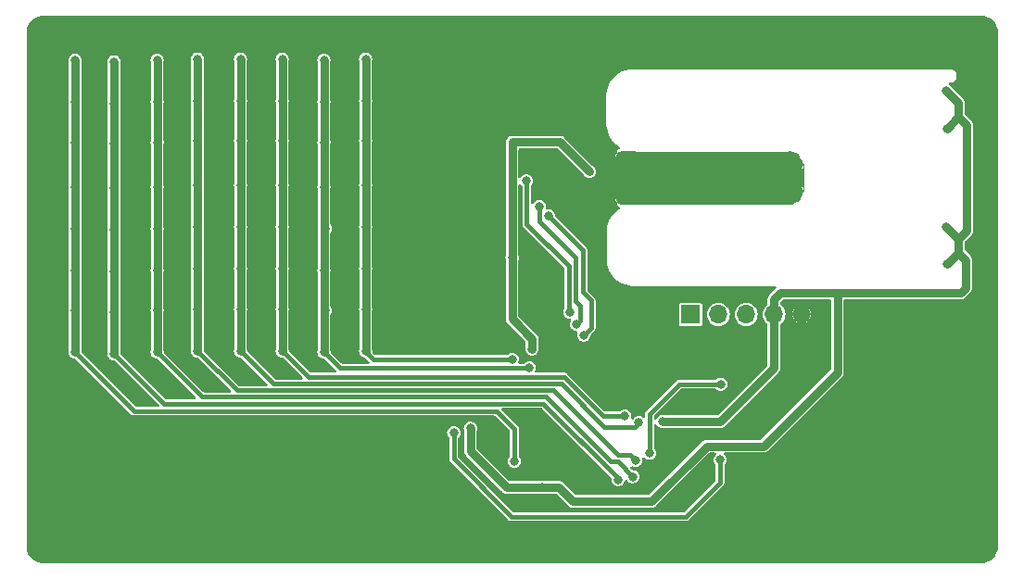
<source format=gbr>
%TF.GenerationSoftware,KiCad,Pcbnew,7.0.7*%
%TF.CreationDate,2025-03-26T12:31:57-04:00*%
%TF.ProjectId,stm_business_card2,73746d5f-6275-4736-996e-6573735f6361,rev?*%
%TF.SameCoordinates,Original*%
%TF.FileFunction,Copper,L2,Bot*%
%TF.FilePolarity,Positive*%
%FSLAX46Y46*%
G04 Gerber Fmt 4.6, Leading zero omitted, Abs format (unit mm)*
G04 Created by KiCad (PCBNEW 7.0.7) date 2025-03-26 12:31:57*
%MOMM*%
%LPD*%
G01*
G04 APERTURE LIST*
G04 Aperture macros list*
%AMRoundRect*
0 Rectangle with rounded corners*
0 $1 Rounding radius*
0 $2 $3 $4 $5 $6 $7 $8 $9 X,Y pos of 4 corners*
0 Add a 4 corners polygon primitive as box body*
4,1,4,$2,$3,$4,$5,$6,$7,$8,$9,$2,$3,0*
0 Add four circle primitives for the rounded corners*
1,1,$1+$1,$2,$3*
1,1,$1+$1,$4,$5*
1,1,$1+$1,$6,$7*
1,1,$1+$1,$8,$9*
0 Add four rect primitives between the rounded corners*
20,1,$1+$1,$2,$3,$4,$5,0*
20,1,$1+$1,$4,$5,$6,$7,0*
20,1,$1+$1,$6,$7,$8,$9,0*
20,1,$1+$1,$8,$9,$2,$3,0*%
G04 Aperture macros list end*
%TA.AperFunction,EtchedComponent*%
%ADD10C,0.100000*%
%TD*%
%TA.AperFunction,EtchedComponent*%
%ADD11C,1.200000*%
%TD*%
%TA.AperFunction,SMDPad,CuDef*%
%ADD12RoundRect,0.581625X-0.581625X-1.878375X0.581625X-1.878375X0.581625X1.878375X-0.581625X1.878375X0*%
%TD*%
%TA.AperFunction,ComponentPad*%
%ADD13R,1.700000X1.700000*%
%TD*%
%TA.AperFunction,ComponentPad*%
%ADD14O,1.700000X1.700000*%
%TD*%
%TA.AperFunction,ViaPad*%
%ADD15C,0.800000*%
%TD*%
%TA.AperFunction,Conductor*%
%ADD16C,0.750000*%
%TD*%
%TA.AperFunction,Conductor*%
%ADD17C,0.400000*%
%TD*%
G04 APERTURE END LIST*
D10*
%TO.C,J1*%
X93972400Y-32326398D02*
X93972400Y-34826398D01*
D11*
X93372400Y-32346398D02*
G75*
G03*
X93372400Y-32346398I-600000J0D01*
G01*
X93372402Y-34846400D02*
G75*
G03*
X93372402Y-34846400I-600000J0D01*
G01*
D10*
X92972402Y-35996400D02*
X77197002Y-35996400D01*
X77197002Y-31196399D01*
X92972402Y-31196399D01*
X92972402Y-35996400D01*
%TA.AperFunction,EtchedComponent*%
G36*
X92972402Y-35996400D02*
G01*
X77197002Y-35996400D01*
X77197002Y-31196399D01*
X92972402Y-31196399D01*
X92972402Y-35996400D01*
G37*
%TD.AperFunction*%
X93922400Y-32746400D02*
X93922400Y-34396400D01*
X91822400Y-35146400D01*
X91622402Y-34846400D01*
X91622400Y-32346398D01*
X93922400Y-32746400D01*
%TA.AperFunction,EtchedComponent*%
G36*
X93922400Y-32746400D02*
G01*
X93922400Y-34396400D01*
X91822400Y-35146400D01*
X91622402Y-34846400D01*
X91622400Y-32346398D01*
X93922400Y-32746400D01*
G37*
%TD.AperFunction*%
%TD*%
D12*
%TO.P,J1,2,Pin_2*%
%TO.N,GND*%
X77955650Y-33586400D03*
%TD*%
D13*
%TO.P,J2,1,Pin_1*%
%TO.N,SW_DIO*%
X83667600Y-46075600D03*
D14*
%TO.P,J2,2,Pin_2*%
%TO.N,SW_CLK*%
X86207600Y-46075600D03*
%TO.P,J2,3,Pin_3*%
%TO.N,RESET*%
X88747600Y-46075600D03*
%TO.P,J2,4,Pin_4*%
%TO.N,+3V0*%
X91287600Y-46075600D03*
%TO.P,J2,5,Pin_5*%
%TO.N,GND*%
X93827600Y-46075600D03*
%TD*%
D15*
%TO.N,Row1*%
X53975000Y-34290000D03*
X53975000Y-30226000D03*
X53975000Y-49403000D03*
X67360800Y-50190400D03*
X53975000Y-38100000D03*
X53975000Y-41910000D03*
X53975000Y-45593000D03*
X53975000Y-26543000D03*
X53975000Y-22733000D03*
%TO.N,Row2*%
X50165000Y-34417000D03*
X68935600Y-50952400D03*
X50165000Y-42037000D03*
X50165000Y-26670000D03*
X50165000Y-30353000D03*
X50292000Y-38227000D03*
X50165000Y-49530000D03*
X50292000Y-45720000D03*
X50165000Y-22860000D03*
%TO.N,Row3*%
X77657799Y-55362800D03*
X46355000Y-45593000D03*
X46355000Y-38100000D03*
X46355000Y-30226000D03*
X46355000Y-22733000D03*
X46355000Y-49403000D03*
X46355000Y-34290000D03*
X46355000Y-41910000D03*
X46355000Y-26543000D03*
%TO.N,Row4*%
X78943200Y-55981600D03*
X42545000Y-41910000D03*
X42545000Y-22733000D03*
X42545000Y-49403000D03*
X42545000Y-45593000D03*
X42545000Y-26543000D03*
X42545000Y-38100000D03*
X42545000Y-34290000D03*
X42545000Y-30226000D03*
%TO.N,Row5*%
X38608000Y-38100000D03*
X38608000Y-41910000D03*
X78638400Y-59436000D03*
X38608000Y-34290000D03*
X38608000Y-30226000D03*
X38608000Y-26543000D03*
X38608000Y-22733000D03*
X38608000Y-45593000D03*
X38608000Y-49403000D03*
%TO.N,Row6*%
X34925000Y-34417000D03*
X34925000Y-22860000D03*
X78384400Y-60909200D03*
X34925000Y-38227000D03*
X34925000Y-49530000D03*
X34925000Y-26670000D03*
X34925000Y-42037000D03*
X34925000Y-45720000D03*
X34925000Y-30353000D03*
%TO.N,Row7*%
X30988000Y-42164000D03*
X30988000Y-26797000D03*
X30988000Y-34544000D03*
X77063600Y-61163200D03*
X30988000Y-22987000D03*
X30988000Y-45847000D03*
X30988000Y-38354000D03*
X30988000Y-30480000D03*
X30988000Y-49657000D03*
%TO.N,Row8*%
X27432000Y-30353000D03*
X27432000Y-49530000D03*
X27432000Y-22860000D03*
X67564000Y-59486800D03*
X27432000Y-38227000D03*
X27432000Y-42037000D03*
X27432000Y-45720000D03*
X27432000Y-26670000D03*
X27432000Y-34417000D03*
%TO.N,+3V0*%
X74422000Y-33020000D03*
X70104000Y-61874400D03*
X67360800Y-40894000D03*
X63550800Y-56489600D03*
X107086400Y-29108400D03*
X107035600Y-25654000D03*
X81076800Y-55880000D03*
X107086400Y-41503600D03*
X107035600Y-38049200D03*
X69189600Y-49225200D03*
%TO.N,GND*%
X89255600Y-55880000D03*
X87731600Y-48564800D03*
X81127600Y-57556400D03*
X74747000Y-34981000D03*
%TO.N,BUTTON*%
X79908400Y-58775600D03*
X86410800Y-52451000D03*
%TO.N,BUTTON2*%
X86360000Y-59359800D03*
X62026800Y-56896000D03*
%TO.N,SRCLK*%
X70713600Y-37084000D03*
X73914000Y-47955200D03*
%TO.N,RCLK*%
X73253600Y-46990000D03*
X69850000Y-36220400D03*
%TO.N,SER*%
X68681600Y-33883600D03*
X72644000Y-45872400D03*
%TD*%
D16*
%TO.N,Row1*%
X53975000Y-49403000D02*
X53975000Y-22733000D01*
D17*
X53975000Y-49504600D02*
X54660800Y-50190400D01*
X53975000Y-49403000D02*
X53975000Y-49504600D01*
X54660800Y-50190400D02*
X67360800Y-50190400D01*
D16*
%TO.N,Row2*%
X50165000Y-49530000D02*
X50165000Y-22860000D01*
D17*
X68935600Y-50952400D02*
X68897600Y-50990400D01*
X51625400Y-50990400D02*
X50165000Y-49530000D01*
X68897600Y-50990400D02*
X51625400Y-50990400D01*
%TO.N,Row3*%
X75682800Y-55362800D02*
X77657799Y-55362800D01*
X72136000Y-51816000D02*
X75682800Y-55362800D01*
D16*
X46355000Y-49403000D02*
X46355000Y-22733000D01*
D17*
X46355000Y-49403000D02*
X48768000Y-51816000D01*
X48768000Y-51816000D02*
X72136000Y-51816000D01*
%TO.N,Row4*%
X78943200Y-55981600D02*
X78587600Y-56337200D01*
X71887472Y-52416000D02*
X45558000Y-52416000D01*
X45558000Y-52416000D02*
X42545000Y-49403000D01*
X78587600Y-56337200D02*
X75808672Y-56337200D01*
D16*
X42545000Y-49403000D02*
X42545000Y-22733000D01*
D17*
X75808672Y-56337200D02*
X71887472Y-52416000D01*
%TO.N,Row5*%
X78638400Y-59436000D02*
X78149200Y-58946800D01*
X78149200Y-58946800D02*
X77082400Y-58946800D01*
X42221000Y-53016000D02*
X38608000Y-49403000D01*
X77082400Y-58946800D02*
X71151600Y-53016000D01*
X71151600Y-53016000D02*
X42221000Y-53016000D01*
D16*
X38608000Y-49403000D02*
X38608000Y-22733000D01*
D17*
%TO.N,Row6*%
X77022000Y-59546800D02*
X76403200Y-59546800D01*
X78384400Y-60909200D02*
X77022000Y-59546800D01*
X70472400Y-53616000D02*
X39011000Y-53616000D01*
X39011000Y-53616000D02*
X34925000Y-49530000D01*
X76403200Y-59546800D02*
X70472400Y-53616000D01*
D16*
X34925000Y-49530000D02*
X34925000Y-22860000D01*
D17*
%TO.N,Row7*%
X35547000Y-54216000D02*
X30988000Y-49657000D01*
X70223872Y-54216000D02*
X35547000Y-54216000D01*
X77063600Y-61055728D02*
X70223872Y-54216000D01*
D16*
X30988000Y-49657000D02*
X30988000Y-22987000D01*
D17*
X77063600Y-61163200D02*
X77063600Y-61055728D01*
%TO.N,Row8*%
X67564000Y-56540400D02*
X65938400Y-54914800D01*
D16*
X27432000Y-49530000D02*
X27432000Y-22860000D01*
D17*
X67564000Y-59486800D02*
X67564000Y-56540400D01*
X32816800Y-54914800D02*
X27432000Y-49530000D01*
X65938400Y-54914800D02*
X32816800Y-54914800D01*
D16*
%TO.N,+3V0*%
X108813600Y-43637200D02*
X108813600Y-41097200D01*
X67360800Y-30327600D02*
X67360800Y-40894000D01*
X108153200Y-39166800D02*
X108915200Y-38404800D01*
X97078800Y-44094400D02*
X108356400Y-44094400D01*
X80111600Y-63144400D02*
X85140800Y-58115200D01*
X108153200Y-26771600D02*
X107035600Y-25654000D01*
X70104000Y-61874400D02*
X71628000Y-61874400D01*
X71729600Y-30327600D02*
X67360800Y-30327600D01*
X108153200Y-28041600D02*
X108153200Y-26771600D01*
X66852800Y-61874400D02*
X63550800Y-58572400D01*
X108915200Y-38404800D02*
X108915200Y-28803600D01*
X69189600Y-48310800D02*
X67360800Y-46482000D01*
X90322400Y-58115200D02*
X97078800Y-51358800D01*
X91897200Y-44094400D02*
X97078800Y-44094400D01*
X86360000Y-55880000D02*
X81076800Y-55880000D01*
X91287600Y-44704000D02*
X91897200Y-44094400D01*
X70104000Y-61874400D02*
X66852800Y-61874400D01*
X91287600Y-46075600D02*
X91287600Y-44704000D01*
X74422000Y-33020000D02*
X71729600Y-30327600D01*
X69189600Y-49225200D02*
X69189600Y-48310800D01*
X63550800Y-58572400D02*
X63550800Y-56489600D01*
X108813600Y-41097200D02*
X108153200Y-40436800D01*
X107086400Y-29108400D02*
X108153200Y-28041600D01*
X107086400Y-41503600D02*
X108153200Y-40436800D01*
X91287600Y-46075600D02*
X91287600Y-50952400D01*
X108153200Y-39166800D02*
X107035600Y-38049200D01*
X72898000Y-63144400D02*
X80111600Y-63144400D01*
X97078800Y-51358800D02*
X97078800Y-44094400D01*
X108153200Y-40436800D02*
X108153200Y-39674800D01*
X91287600Y-50952400D02*
X86360000Y-55880000D01*
X71628000Y-61874400D02*
X72898000Y-63144400D01*
X108153200Y-39674800D02*
X108153200Y-39166800D01*
X67360800Y-46482000D02*
X67360800Y-40894000D01*
X85140800Y-58115200D02*
X90322400Y-58115200D01*
X108915200Y-28803600D02*
X108153200Y-28041600D01*
X108356400Y-44094400D02*
X108813600Y-43637200D01*
%TO.N,GND*%
X74879200Y-42926000D02*
X74879200Y-35113200D01*
X89255600Y-55880000D02*
X88087200Y-57048400D01*
X80518000Y-48564800D02*
X74879200Y-42926000D01*
X74879200Y-35113200D02*
X74747000Y-34981000D01*
X76200000Y-33528000D02*
X76572002Y-33528000D01*
X89255600Y-55880000D02*
X93827600Y-51308000D01*
X93827600Y-51308000D02*
X93827600Y-46075600D01*
X87731600Y-48564800D02*
X80518000Y-48564800D01*
X74747000Y-34981000D02*
X76200000Y-33528000D01*
X88087200Y-57048400D02*
X81635600Y-57048400D01*
X81635600Y-57048400D02*
X81127600Y-57556400D01*
D17*
%TO.N,BUTTON*%
X79908400Y-58775600D02*
X79908400Y-55168800D01*
X79908400Y-55168800D02*
X82626200Y-52451000D01*
X82626200Y-52451000D02*
X86410800Y-52451000D01*
%TO.N,BUTTON2*%
X67310000Y-64566800D02*
X83210400Y-64566800D01*
X62026800Y-56896000D02*
X62026800Y-59283600D01*
X86360000Y-61417200D02*
X86360000Y-59359800D01*
X62026800Y-59283600D02*
X67310000Y-64566800D01*
X83210400Y-64566800D02*
X86360000Y-61417200D01*
%TO.N,SRCLK*%
X74574400Y-44805600D02*
X73812400Y-44043600D01*
X73812400Y-40182800D02*
X70713600Y-37084000D01*
X73914000Y-47955200D02*
X74574400Y-47294800D01*
X74574400Y-47294800D02*
X74574400Y-44805600D01*
X73812400Y-44043600D02*
X73812400Y-40182800D01*
%TO.N,RCLK*%
X69850000Y-37592000D02*
X69850000Y-36220400D01*
X73609200Y-46634400D02*
X73609200Y-45313600D01*
X73609200Y-45313600D02*
X73152000Y-44856400D01*
X73152000Y-44856400D02*
X73152000Y-40894000D01*
X73253600Y-46990000D02*
X73609200Y-46634400D01*
X73152000Y-40894000D02*
X69850000Y-37592000D01*
%TO.N,SER*%
X72552000Y-45780400D02*
X72552000Y-41665600D01*
X68681600Y-37795200D02*
X68681600Y-33883600D01*
X72644000Y-45872400D02*
X72552000Y-45780400D01*
X72552000Y-41665600D02*
X68681600Y-37795200D01*
%TD*%
%TA.AperFunction,Conductor*%
%TO.N,GND*%
G36*
X110252208Y-18800657D02*
G01*
X110454561Y-18815130D01*
X110472063Y-18817647D01*
X110663797Y-18859355D01*
X110680755Y-18864334D01*
X110864609Y-18932909D01*
X110880701Y-18940259D01*
X111052904Y-19034288D01*
X111067784Y-19043849D01*
X111224867Y-19161441D01*
X111238237Y-19173027D01*
X111376972Y-19311762D01*
X111388558Y-19325132D01*
X111506146Y-19482210D01*
X111515711Y-19497095D01*
X111609740Y-19669298D01*
X111617090Y-19685390D01*
X111685662Y-19869236D01*
X111690646Y-19886212D01*
X111732351Y-20077931D01*
X111734869Y-20095442D01*
X111749342Y-20297789D01*
X111749500Y-20302213D01*
X111749500Y-67297786D01*
X111749342Y-67302210D01*
X111734869Y-67504557D01*
X111732351Y-67522068D01*
X111690646Y-67713787D01*
X111685662Y-67730763D01*
X111617090Y-67914609D01*
X111609740Y-67930701D01*
X111515711Y-68102904D01*
X111506146Y-68117789D01*
X111388558Y-68274867D01*
X111376972Y-68288237D01*
X111238237Y-68426972D01*
X111224867Y-68438558D01*
X111067789Y-68556146D01*
X111052904Y-68565711D01*
X110880701Y-68659740D01*
X110864609Y-68667090D01*
X110680763Y-68735662D01*
X110663787Y-68740646D01*
X110472068Y-68782351D01*
X110454557Y-68784869D01*
X110273733Y-68797802D01*
X110252208Y-68799342D01*
X110247786Y-68799500D01*
X24502214Y-68799500D01*
X24497791Y-68799342D01*
X24473413Y-68797598D01*
X24295442Y-68784869D01*
X24277931Y-68782351D01*
X24086212Y-68740646D01*
X24069236Y-68735662D01*
X23885390Y-68667090D01*
X23869298Y-68659740D01*
X23697095Y-68565711D01*
X23682210Y-68556146D01*
X23612924Y-68504279D01*
X23525132Y-68438558D01*
X23511762Y-68426972D01*
X23373027Y-68288237D01*
X23361441Y-68274867D01*
X23243849Y-68117784D01*
X23234288Y-68102904D01*
X23140259Y-67930701D01*
X23132909Y-67914609D01*
X23099751Y-67825710D01*
X23064334Y-67730755D01*
X23059355Y-67713797D01*
X23017647Y-67522063D01*
X23015130Y-67504556D01*
X23008175Y-67407318D01*
X23000657Y-67302208D01*
X23000500Y-67297786D01*
X23000500Y-49530001D01*
X26826318Y-49530001D01*
X26846955Y-49686760D01*
X26846956Y-49686762D01*
X26906652Y-49830882D01*
X26907464Y-49832841D01*
X27003718Y-49958282D01*
X27129159Y-50054536D01*
X27275238Y-50115044D01*
X27432000Y-50135682D01*
X27432001Y-50135681D01*
X27435513Y-50136144D01*
X27499410Y-50164410D01*
X27507009Y-50171402D01*
X32488750Y-55153142D01*
X32578458Y-55242850D01*
X32598195Y-55252906D01*
X32614781Y-55263069D01*
X32632710Y-55276096D01*
X32632712Y-55276096D01*
X32632713Y-55276097D01*
X32653774Y-55282940D01*
X32671752Y-55290386D01*
X32691494Y-55300445D01*
X32691496Y-55300446D01*
X32713385Y-55303912D01*
X32732301Y-55308453D01*
X32753367Y-55315299D01*
X32782724Y-55315299D01*
X32782748Y-55315300D01*
X32785281Y-55315300D01*
X65721145Y-55315300D01*
X65788184Y-55334985D01*
X65808826Y-55351619D01*
X67127181Y-56669974D01*
X67160666Y-56731297D01*
X67163500Y-56757655D01*
X67163500Y-58980219D01*
X67143815Y-59047258D01*
X67137876Y-59055705D01*
X67039464Y-59183957D01*
X66978956Y-59330037D01*
X66978955Y-59330039D01*
X66958318Y-59486798D01*
X66958318Y-59486801D01*
X66978955Y-59643560D01*
X66978956Y-59643562D01*
X67039464Y-59789641D01*
X67135718Y-59915082D01*
X67261159Y-60011336D01*
X67407238Y-60071844D01*
X67485619Y-60082163D01*
X67563999Y-60092482D01*
X67564000Y-60092482D01*
X67564001Y-60092482D01*
X67616254Y-60085602D01*
X67720762Y-60071844D01*
X67866841Y-60011336D01*
X67992282Y-59915082D01*
X68088536Y-59789641D01*
X68149044Y-59643562D01*
X68162802Y-59539053D01*
X68169682Y-59486801D01*
X68169682Y-59486798D01*
X68151358Y-59347616D01*
X68149044Y-59330038D01*
X68088536Y-59183959D01*
X68088535Y-59183958D01*
X68088535Y-59183957D01*
X67990124Y-59055705D01*
X67964930Y-58990536D01*
X67964500Y-58980219D01*
X67964500Y-56476969D01*
X67964499Y-56476965D01*
X67957651Y-56455889D01*
X67953112Y-56436982D01*
X67949646Y-56415096D01*
X67939586Y-56395353D01*
X67932144Y-56377385D01*
X67925297Y-56356311D01*
X67912266Y-56338376D01*
X67902103Y-56321789D01*
X67897935Y-56313609D01*
X67892050Y-56302058D01*
X67871639Y-56281647D01*
X67871619Y-56281625D01*
X66418174Y-54828181D01*
X66384689Y-54766858D01*
X66389673Y-54697166D01*
X66431545Y-54641233D01*
X66497009Y-54616816D01*
X66505855Y-54616500D01*
X70006617Y-54616500D01*
X70073656Y-54636185D01*
X70094298Y-54652819D01*
X76431751Y-60990271D01*
X76465236Y-61051594D01*
X76467009Y-61094135D01*
X76457918Y-61163195D01*
X76457918Y-61163201D01*
X76478555Y-61319960D01*
X76478556Y-61319962D01*
X76492558Y-61353767D01*
X76539064Y-61466041D01*
X76635318Y-61591482D01*
X76760759Y-61687736D01*
X76906838Y-61748244D01*
X76985219Y-61758563D01*
X77063599Y-61768882D01*
X77063600Y-61768882D01*
X77063601Y-61768882D01*
X77115853Y-61762002D01*
X77220362Y-61748244D01*
X77366441Y-61687736D01*
X77491882Y-61591482D01*
X77588136Y-61466041D01*
X77648644Y-61319962D01*
X77652629Y-61289690D01*
X77680895Y-61225794D01*
X77739220Y-61187323D01*
X77809084Y-61186491D01*
X77868308Y-61223564D01*
X77873944Y-61230390D01*
X77926145Y-61298421D01*
X77956118Y-61337482D01*
X78081559Y-61433736D01*
X78227638Y-61494244D01*
X78284257Y-61501698D01*
X78384399Y-61514882D01*
X78384400Y-61514882D01*
X78384401Y-61514882D01*
X78436653Y-61508002D01*
X78541162Y-61494244D01*
X78687241Y-61433736D01*
X78812682Y-61337482D01*
X78908936Y-61212041D01*
X78969444Y-61065962D01*
X78990082Y-60909200D01*
X78969444Y-60752438D01*
X78908936Y-60606359D01*
X78812682Y-60480918D01*
X78687241Y-60384664D01*
X78541162Y-60324156D01*
X78484977Y-60316759D01*
X78380885Y-60303055D01*
X78316989Y-60274788D01*
X78309390Y-60267797D01*
X78207161Y-60165568D01*
X78173676Y-60104245D01*
X78178660Y-60034553D01*
X78220532Y-59978620D01*
X78285996Y-59954203D01*
X78342294Y-59963325D01*
X78481638Y-60021044D01*
X78560019Y-60031363D01*
X78638399Y-60041682D01*
X78638400Y-60041682D01*
X78638401Y-60041682D01*
X78692550Y-60034553D01*
X78795162Y-60021044D01*
X78941241Y-59960536D01*
X79066682Y-59864282D01*
X79162936Y-59738841D01*
X79223444Y-59592762D01*
X79244082Y-59436000D01*
X79243024Y-59427966D01*
X79223444Y-59279239D01*
X79223444Y-59279238D01*
X79214967Y-59258774D01*
X79207498Y-59189308D01*
X79238771Y-59126828D01*
X79298860Y-59091174D01*
X79368685Y-59093667D01*
X79426078Y-59133514D01*
X79427903Y-59135835D01*
X79441862Y-59154026D01*
X79480118Y-59203882D01*
X79605559Y-59300136D01*
X79751638Y-59360644D01*
X79830019Y-59370963D01*
X79908399Y-59381282D01*
X79908400Y-59381282D01*
X79908401Y-59381282D01*
X79960654Y-59374402D01*
X80065162Y-59360644D01*
X80211241Y-59300136D01*
X80336682Y-59203882D01*
X80432936Y-59078441D01*
X80493444Y-58932362D01*
X80514082Y-58775600D01*
X80493444Y-58618838D01*
X80432936Y-58472759D01*
X80432935Y-58472758D01*
X80432935Y-58472757D01*
X80334524Y-58344505D01*
X80309330Y-58279336D01*
X80308900Y-58269019D01*
X80308900Y-56218698D01*
X80328585Y-56151659D01*
X80381389Y-56105904D01*
X80450547Y-56095960D01*
X80514103Y-56124985D01*
X80547461Y-56171246D01*
X80552262Y-56182838D01*
X80552263Y-56182840D01*
X80552264Y-56182841D01*
X80648518Y-56308282D01*
X80773959Y-56404536D01*
X80920038Y-56465044D01*
X80998419Y-56475363D01*
X81076799Y-56485682D01*
X81076800Y-56485682D01*
X81076801Y-56485682D01*
X81142997Y-56476967D01*
X81233562Y-56465044D01*
X81233818Y-56464937D01*
X81234357Y-56464830D01*
X81241413Y-56462940D01*
X81241536Y-56463402D01*
X81281268Y-56455500D01*
X86318219Y-56455500D01*
X86326317Y-56456030D01*
X86346734Y-56458718D01*
X86359999Y-56460465D01*
X86360000Y-56460465D01*
X86395785Y-56455754D01*
X86395809Y-56455751D01*
X86397715Y-56455500D01*
X86397720Y-56455500D01*
X86510236Y-56440687D01*
X86650233Y-56382698D01*
X86709527Y-56337200D01*
X86740268Y-56313612D01*
X86740268Y-56313611D01*
X86748361Y-56307402D01*
X86748364Y-56307398D01*
X86770451Y-56290451D01*
X86791138Y-56263489D01*
X86796480Y-56257398D01*
X91664998Y-51388880D01*
X91671089Y-51383538D01*
X91698051Y-51362851D01*
X91719549Y-51334834D01*
X91721210Y-51332669D01*
X91721212Y-51332668D01*
X91790299Y-51242633D01*
X91842874Y-51115704D01*
X91848287Y-51102636D01*
X91863100Y-50990120D01*
X91868066Y-50952400D01*
X91863631Y-50918712D01*
X91863100Y-50910611D01*
X91863100Y-47020919D01*
X91882785Y-46953880D01*
X91908436Y-46925065D01*
X91911455Y-46922588D01*
X92034010Y-46822010D01*
X92165285Y-46662050D01*
X92262832Y-46479554D01*
X92322900Y-46281534D01*
X92343183Y-46075600D01*
X92972918Y-46075600D01*
X92991595Y-46253300D01*
X92991596Y-46253302D01*
X93046806Y-46423224D01*
X93046809Y-46423230D01*
X93136145Y-46577965D01*
X93136149Y-46577970D01*
X93255705Y-46710752D01*
X93255707Y-46710753D01*
X93400254Y-46815773D01*
X93400259Y-46815776D01*
X93563484Y-46888449D01*
X93563489Y-46888451D01*
X93738261Y-46925600D01*
X93916939Y-46925600D01*
X94091710Y-46888451D01*
X94091715Y-46888449D01*
X94254940Y-46815776D01*
X94254945Y-46815773D01*
X94399492Y-46710753D01*
X94399494Y-46710752D01*
X94519050Y-46577970D01*
X94519054Y-46577965D01*
X94608390Y-46423230D01*
X94608393Y-46423224D01*
X94663603Y-46253302D01*
X94663604Y-46253300D01*
X94682281Y-46075600D01*
X94663604Y-45897899D01*
X94663603Y-45897897D01*
X94608393Y-45727975D01*
X94608390Y-45727969D01*
X94519054Y-45573234D01*
X94519050Y-45573229D01*
X94399494Y-45440447D01*
X94399492Y-45440446D01*
X94254945Y-45335426D01*
X94254940Y-45335423D01*
X94091715Y-45262750D01*
X94091710Y-45262748D01*
X93916939Y-45225600D01*
X93738261Y-45225600D01*
X93563489Y-45262748D01*
X93563484Y-45262750D01*
X93400259Y-45335423D01*
X93400254Y-45335426D01*
X93255707Y-45440446D01*
X93255705Y-45440447D01*
X93136149Y-45573229D01*
X93136145Y-45573234D01*
X93046809Y-45727969D01*
X93046806Y-45727975D01*
X92991596Y-45897897D01*
X92991595Y-45897899D01*
X92972918Y-46075600D01*
X92343183Y-46075600D01*
X92322900Y-45869666D01*
X92262832Y-45671646D01*
X92165285Y-45489150D01*
X92034010Y-45329190D01*
X92034009Y-45329189D01*
X91908435Y-45226133D01*
X91869101Y-45168388D01*
X91863100Y-45130280D01*
X91863100Y-44993741D01*
X91882785Y-44926702D01*
X91899414Y-44906065D01*
X92099260Y-44706219D01*
X92160584Y-44672734D01*
X92186942Y-44669900D01*
X96379300Y-44669900D01*
X96446339Y-44689585D01*
X96492094Y-44742389D01*
X96503300Y-44793900D01*
X96503300Y-51069058D01*
X96483615Y-51136097D01*
X96466981Y-51156739D01*
X90120339Y-57503381D01*
X90059016Y-57536866D01*
X90032658Y-57539700D01*
X85182581Y-57539700D01*
X85174483Y-57539169D01*
X85150613Y-57536026D01*
X85140801Y-57534735D01*
X85140800Y-57534735D01*
X85136498Y-57535301D01*
X85107219Y-57539155D01*
X85107206Y-57539157D01*
X85103081Y-57539700D01*
X85103080Y-57539700D01*
X85057176Y-57545743D01*
X84990562Y-57554513D01*
X84963228Y-57565835D01*
X84949560Y-57571497D01*
X84908557Y-57588480D01*
X84850568Y-57612500D01*
X84850566Y-57612501D01*
X84761649Y-57680730D01*
X84761624Y-57680749D01*
X84730348Y-57704750D01*
X84709661Y-57731707D01*
X84704310Y-57737808D01*
X79909539Y-62532581D01*
X79848216Y-62566066D01*
X79821858Y-62568900D01*
X73187742Y-62568900D01*
X73120703Y-62549215D01*
X73100061Y-62532581D01*
X72064489Y-61497009D01*
X72059136Y-61490906D01*
X72040056Y-61466041D01*
X72038451Y-61463949D01*
X72038449Y-61463947D01*
X72038448Y-61463946D01*
X72009963Y-61442089D01*
X72009952Y-61442080D01*
X71918232Y-61371701D01*
X71793322Y-61319962D01*
X71778236Y-61313713D01*
X71724906Y-61306691D01*
X71662098Y-61298423D01*
X71662083Y-61298421D01*
X71635196Y-61294882D01*
X71628000Y-61293935D01*
X71627999Y-61293935D01*
X71627998Y-61293935D01*
X71608965Y-61296440D01*
X71594317Y-61298369D01*
X71586219Y-61298900D01*
X70308468Y-61298900D01*
X70268736Y-61290997D01*
X70268613Y-61291460D01*
X70261557Y-61289569D01*
X70261018Y-61289462D01*
X70260762Y-61289356D01*
X70260760Y-61289355D01*
X70104001Y-61268718D01*
X70103999Y-61268718D01*
X69947239Y-61289355D01*
X69947238Y-61289356D01*
X69946981Y-61289462D01*
X69946442Y-61289569D01*
X69939387Y-61291460D01*
X69939263Y-61290997D01*
X69899532Y-61298900D01*
X67142542Y-61298900D01*
X67075503Y-61279215D01*
X67054861Y-61262581D01*
X64162618Y-58370338D01*
X64129133Y-58309015D01*
X64126299Y-58282666D01*
X64126299Y-56694069D01*
X64134203Y-56654340D01*
X64133739Y-56654216D01*
X64135639Y-56647124D01*
X64135742Y-56646608D01*
X64135844Y-56646362D01*
X64156482Y-56489600D01*
X64152646Y-56460465D01*
X64135844Y-56332839D01*
X64135844Y-56332838D01*
X64075336Y-56186759D01*
X63979082Y-56061318D01*
X63853641Y-55965064D01*
X63785164Y-55936700D01*
X63707562Y-55904556D01*
X63707560Y-55904555D01*
X63550801Y-55883918D01*
X63550799Y-55883918D01*
X63394039Y-55904555D01*
X63394037Y-55904556D01*
X63247960Y-55965063D01*
X63122518Y-56061318D01*
X63026263Y-56186760D01*
X62965756Y-56332837D01*
X62965755Y-56332839D01*
X62945118Y-56489598D01*
X62945118Y-56489601D01*
X62965755Y-56646360D01*
X62965757Y-56646365D01*
X62965864Y-56646623D01*
X62965972Y-56647168D01*
X62967860Y-56654213D01*
X62967398Y-56654336D01*
X62975299Y-56694067D01*
X62975299Y-58530615D01*
X62974768Y-58538714D01*
X62970335Y-58572398D01*
X62975629Y-58612621D01*
X62975630Y-58612628D01*
X62976448Y-58618838D01*
X62986241Y-58693229D01*
X62990113Y-58722635D01*
X62990113Y-58722636D01*
X63034717Y-58830318D01*
X63048101Y-58862633D01*
X63118480Y-58954352D01*
X63118489Y-58954363D01*
X63140346Y-58982848D01*
X63140347Y-58982849D01*
X63140349Y-58982851D01*
X63163853Y-59000886D01*
X63167306Y-59003536D01*
X63173409Y-59008889D01*
X66416320Y-62251800D01*
X66421661Y-62257890D01*
X66429179Y-62267689D01*
X66442348Y-62284851D01*
X66472529Y-62308010D01*
X66546321Y-62364631D01*
X66555101Y-62374005D01*
X66562567Y-62377097D01*
X66562567Y-62377098D01*
X66702564Y-62435087D01*
X66815080Y-62449900D01*
X66815081Y-62449900D01*
X66817094Y-62450165D01*
X66817113Y-62450166D01*
X66852800Y-62454865D01*
X66852801Y-62454865D01*
X66866065Y-62453118D01*
X66886482Y-62450430D01*
X66894581Y-62449900D01*
X69899532Y-62449900D01*
X69939263Y-62457802D01*
X69939387Y-62457340D01*
X69946442Y-62459230D01*
X69946981Y-62459337D01*
X69947238Y-62459444D01*
X70024267Y-62469585D01*
X70103999Y-62480082D01*
X70104000Y-62480082D01*
X70104001Y-62480082D01*
X70183733Y-62469585D01*
X70260762Y-62459444D01*
X70261018Y-62459337D01*
X70261557Y-62459230D01*
X70268613Y-62457340D01*
X70268736Y-62457802D01*
X70308468Y-62449900D01*
X71338258Y-62449900D01*
X71405297Y-62469585D01*
X71425939Y-62486219D01*
X72461520Y-63521800D01*
X72466861Y-63527890D01*
X72474379Y-63537689D01*
X72487548Y-63554851D01*
X72517729Y-63578010D01*
X72591521Y-63634631D01*
X72600301Y-63644005D01*
X72607767Y-63647097D01*
X72607767Y-63647098D01*
X72747764Y-63705087D01*
X72860280Y-63719900D01*
X72860281Y-63719900D01*
X72862294Y-63720165D01*
X72862313Y-63720166D01*
X72898000Y-63724865D01*
X72898001Y-63724865D01*
X72911265Y-63723118D01*
X72931682Y-63720430D01*
X72939781Y-63719900D01*
X80069819Y-63719900D01*
X80077917Y-63720430D01*
X80098334Y-63723118D01*
X80111599Y-63724865D01*
X80111600Y-63724865D01*
X80147385Y-63720154D01*
X80147409Y-63720151D01*
X80149315Y-63719900D01*
X80149320Y-63719900D01*
X80261836Y-63705087D01*
X80401833Y-63647098D01*
X80405864Y-63644005D01*
X80499958Y-63571805D01*
X80499970Y-63571794D01*
X80522049Y-63554853D01*
X80522051Y-63554851D01*
X80542738Y-63527889D01*
X80548080Y-63521798D01*
X85342860Y-58727019D01*
X85404184Y-58693534D01*
X85430542Y-58690700D01*
X85880266Y-58690700D01*
X85947305Y-58710385D01*
X85993060Y-58763189D01*
X86003004Y-58832347D01*
X85973979Y-58895903D01*
X85955753Y-58913075D01*
X85931720Y-58931516D01*
X85931719Y-58931517D01*
X85931718Y-58931518D01*
X85894349Y-58980219D01*
X85835463Y-59056960D01*
X85774956Y-59203037D01*
X85774955Y-59203039D01*
X85754318Y-59359798D01*
X85754318Y-59359801D01*
X85774955Y-59516560D01*
X85774956Y-59516562D01*
X85835464Y-59662641D01*
X85931718Y-59788082D01*
X85931720Y-59788083D01*
X85933876Y-59790893D01*
X85959070Y-59856063D01*
X85959500Y-59866380D01*
X85959500Y-61199944D01*
X85939815Y-61266983D01*
X85923181Y-61287625D01*
X83080826Y-64129981D01*
X83019503Y-64163466D01*
X82993145Y-64166300D01*
X67527254Y-64166300D01*
X67460215Y-64146615D01*
X67439573Y-64129981D01*
X62463619Y-59154026D01*
X62430134Y-59092703D01*
X62427300Y-59066345D01*
X62427300Y-57402580D01*
X62446985Y-57335541D01*
X62452924Y-57327093D01*
X62455079Y-57324283D01*
X62455082Y-57324282D01*
X62551336Y-57198841D01*
X62611844Y-57052762D01*
X62632482Y-56896000D01*
X62631436Y-56888057D01*
X62618723Y-56791492D01*
X62611844Y-56739238D01*
X62551336Y-56593159D01*
X62455082Y-56467718D01*
X62329641Y-56371464D01*
X62293058Y-56356311D01*
X62183562Y-56310956D01*
X62183560Y-56310955D01*
X62026801Y-56290318D01*
X62026799Y-56290318D01*
X61870039Y-56310955D01*
X61870037Y-56310956D01*
X61723960Y-56371463D01*
X61598518Y-56467718D01*
X61502263Y-56593160D01*
X61441756Y-56739237D01*
X61441755Y-56739239D01*
X61421118Y-56895998D01*
X61421118Y-56896001D01*
X61441755Y-57052760D01*
X61441756Y-57052762D01*
X61502264Y-57198841D01*
X61598518Y-57324282D01*
X61598520Y-57324283D01*
X61600676Y-57327093D01*
X61625870Y-57392263D01*
X61626300Y-57402580D01*
X61626300Y-59347029D01*
X61626301Y-59347039D01*
X61633146Y-59368107D01*
X61637687Y-59387018D01*
X61641154Y-59408904D01*
X61641155Y-59408907D01*
X61651212Y-59428645D01*
X61658657Y-59446618D01*
X61665504Y-59467690D01*
X61678526Y-59485614D01*
X61688690Y-59502200D01*
X61696009Y-59516562D01*
X61698750Y-59521942D01*
X61719664Y-59542856D01*
X61719693Y-59542887D01*
X65698598Y-63521790D01*
X66981950Y-64805142D01*
X67071658Y-64894850D01*
X67091395Y-64904906D01*
X67107981Y-64915069D01*
X67125910Y-64928096D01*
X67146981Y-64934942D01*
X67164958Y-64942388D01*
X67184696Y-64952446D01*
X67206578Y-64955911D01*
X67225491Y-64960452D01*
X67246567Y-64967300D01*
X67246568Y-64967300D01*
X83273831Y-64967300D01*
X83273833Y-64967300D01*
X83294901Y-64960454D01*
X83313817Y-64955912D01*
X83335704Y-64952446D01*
X83355444Y-64942386D01*
X83373411Y-64934944D01*
X83394490Y-64928096D01*
X83412426Y-64915063D01*
X83428988Y-64904914D01*
X83448742Y-64894850D01*
X83464234Y-64879357D01*
X83464241Y-64879352D01*
X86672552Y-61671041D01*
X86672557Y-61671034D01*
X86688050Y-61655542D01*
X86698114Y-61635788D01*
X86708263Y-61619226D01*
X86721296Y-61601290D01*
X86728144Y-61580211D01*
X86735586Y-61562244D01*
X86745646Y-61542504D01*
X86749112Y-61520617D01*
X86753655Y-61501698D01*
X86756077Y-61494244D01*
X86760500Y-61480633D01*
X86760500Y-61353767D01*
X86760500Y-61353766D01*
X86760500Y-59866380D01*
X86780185Y-59799341D01*
X86786124Y-59790893D01*
X86788279Y-59788083D01*
X86788282Y-59788082D01*
X86884536Y-59662641D01*
X86945044Y-59516562D01*
X86965682Y-59359800D01*
X86964036Y-59347300D01*
X86945044Y-59203039D01*
X86945044Y-59203038D01*
X86884536Y-59056959D01*
X86788282Y-58931518D01*
X86764247Y-58913075D01*
X86723045Y-58856647D01*
X86718890Y-58786901D01*
X86753103Y-58725981D01*
X86814820Y-58693229D01*
X86839734Y-58690700D01*
X90280619Y-58690700D01*
X90288717Y-58691230D01*
X90306213Y-58693534D01*
X90322399Y-58695665D01*
X90322400Y-58695665D01*
X90358185Y-58690954D01*
X90358209Y-58690951D01*
X90360115Y-58690700D01*
X90360120Y-58690700D01*
X90472636Y-58675887D01*
X90612633Y-58617898D01*
X90654850Y-58585504D01*
X90710758Y-58542605D01*
X90710770Y-58542594D01*
X90732849Y-58525653D01*
X90732851Y-58525651D01*
X90753538Y-58498689D01*
X90758880Y-58492598D01*
X97456198Y-51795280D01*
X97462289Y-51789938D01*
X97489251Y-51769251D01*
X97512409Y-51739070D01*
X97512412Y-51739068D01*
X97581499Y-51649032D01*
X97639487Y-51509035D01*
X97659266Y-51358800D01*
X97657187Y-51343011D01*
X97654831Y-51325112D01*
X97654300Y-51317011D01*
X97654300Y-44793900D01*
X97673985Y-44726861D01*
X97726789Y-44681106D01*
X97778300Y-44669900D01*
X108314619Y-44669900D01*
X108322717Y-44670430D01*
X108340213Y-44672734D01*
X108356399Y-44674865D01*
X108356400Y-44674865D01*
X108392185Y-44670154D01*
X108392209Y-44670151D01*
X108394115Y-44669900D01*
X108394120Y-44669900D01*
X108506636Y-44655087D01*
X108646633Y-44597098D01*
X108659796Y-44586998D01*
X108744758Y-44521805D01*
X108744770Y-44521794D01*
X108766849Y-44504853D01*
X108766851Y-44504851D01*
X108787538Y-44477889D01*
X108792880Y-44471798D01*
X109190998Y-44073680D01*
X109197089Y-44068338D01*
X109224051Y-44047651D01*
X109240994Y-44025570D01*
X109241005Y-44025558D01*
X109275526Y-43980567D01*
X109316298Y-43927433D01*
X109374287Y-43787436D01*
X109374286Y-43787435D01*
X109377378Y-43779972D01*
X109376958Y-43767138D01*
X109389100Y-43674920D01*
X109389100Y-43674914D01*
X109394065Y-43637200D01*
X109389630Y-43603516D01*
X109389100Y-43595419D01*
X109389100Y-41138986D01*
X109389631Y-41130885D01*
X109394066Y-41097200D01*
X109394066Y-41097199D01*
X109384745Y-41026400D01*
X109384431Y-41024012D01*
X109374287Y-40946964D01*
X109336724Y-40856280D01*
X109316299Y-40806968D01*
X109316296Y-40806964D01*
X109246260Y-40715691D01*
X109246256Y-40715686D01*
X109224049Y-40686747D01*
X109211942Y-40677457D01*
X109197090Y-40666061D01*
X109191000Y-40660720D01*
X108765018Y-40234738D01*
X108731534Y-40173416D01*
X108728700Y-40147058D01*
X108728700Y-39456541D01*
X108748385Y-39389502D01*
X108765015Y-39368864D01*
X109292598Y-38841280D01*
X109298689Y-38835938D01*
X109325651Y-38815251D01*
X109348809Y-38785070D01*
X109348812Y-38785068D01*
X109417899Y-38695032D01*
X109475887Y-38555035D01*
X109479592Y-38526897D01*
X109479671Y-38526301D01*
X109488676Y-38457892D01*
X109495666Y-38404800D01*
X109495666Y-38404798D01*
X109491231Y-38371112D01*
X109490700Y-38363011D01*
X109490700Y-28845386D01*
X109491231Y-28837285D01*
X109495666Y-28803600D01*
X109495666Y-28803599D01*
X109475887Y-28653366D01*
X109469697Y-28638423D01*
X109464876Y-28626783D01*
X109447098Y-28583862D01*
X109422038Y-28523359D01*
X109417899Y-28513368D01*
X109417897Y-28513365D01*
X109347860Y-28422091D01*
X109347856Y-28422086D01*
X109325649Y-28393147D01*
X109313542Y-28383857D01*
X109298690Y-28372461D01*
X109292600Y-28367120D01*
X108765018Y-27839538D01*
X108731534Y-27778216D01*
X108728700Y-27751858D01*
X108728700Y-27751857D01*
X108728700Y-26813363D01*
X108729228Y-26805300D01*
X108733665Y-26771600D01*
X108728966Y-26735913D01*
X108728965Y-26735894D01*
X108728700Y-26733880D01*
X108713887Y-26621364D01*
X108656674Y-26483240D01*
X108656037Y-26481547D01*
X108586738Y-26391236D01*
X108563650Y-26361148D01*
X108555843Y-26355157D01*
X108536690Y-26340461D01*
X108530600Y-26335120D01*
X107587120Y-25391640D01*
X107564616Y-25357959D01*
X107564201Y-25358199D01*
X107560537Y-25351854D01*
X107560237Y-25351404D01*
X107560136Y-25351159D01*
X107463882Y-25225718D01*
X107338441Y-25129464D01*
X107338440Y-25129463D01*
X107338438Y-25129462D01*
X107304635Y-25115461D01*
X107250231Y-25071620D01*
X107228166Y-25005326D01*
X107245445Y-24937627D01*
X107296582Y-24890016D01*
X107352087Y-24876900D01*
X107445315Y-24876900D01*
X107480213Y-24868297D01*
X107586904Y-24842001D01*
X107716028Y-24774231D01*
X107825182Y-24677530D01*
X107908021Y-24557516D01*
X107959732Y-24421164D01*
X107977310Y-24276400D01*
X107959732Y-24131636D01*
X107959731Y-24131634D01*
X107959731Y-24131632D01*
X107919472Y-24025479D01*
X107908021Y-23995284D01*
X107825182Y-23875270D01*
X107716028Y-23778569D01*
X107716026Y-23778568D01*
X107716025Y-23778567D01*
X107586905Y-23710799D01*
X107445315Y-23675900D01*
X107445314Y-23675900D01*
X107372499Y-23675900D01*
X101972499Y-23675900D01*
X78422900Y-23675900D01*
X78422400Y-23675900D01*
X78274172Y-23675900D01*
X78274170Y-23675900D01*
X78137418Y-23692505D01*
X77979878Y-23711634D01*
X77979875Y-23711634D01*
X77979872Y-23711635D01*
X77692030Y-23782581D01*
X77414840Y-23887706D01*
X77152349Y-24025473D01*
X77152340Y-24025479D01*
X76908370Y-24193878D01*
X76908364Y-24193883D01*
X76686468Y-24390466D01*
X76686466Y-24390468D01*
X76489883Y-24612364D01*
X76489878Y-24612370D01*
X76321479Y-24856340D01*
X76321473Y-24856349D01*
X76183706Y-25118840D01*
X76078581Y-25396030D01*
X76014998Y-25654001D01*
X76007634Y-25683878D01*
X75999634Y-25749761D01*
X75971900Y-25978169D01*
X75971900Y-28774630D01*
X75979508Y-28837285D01*
X76007398Y-29066982D01*
X76007635Y-29068927D01*
X76078581Y-29356769D01*
X76183706Y-29633959D01*
X76321473Y-29896450D01*
X76321479Y-29896459D01*
X76489878Y-30140429D01*
X76489883Y-30140435D01*
X76686466Y-30362331D01*
X76686468Y-30362333D01*
X76908364Y-30558916D01*
X76908370Y-30558921D01*
X77054524Y-30659803D01*
X77152347Y-30727325D01*
X77152356Y-30727330D01*
X77155544Y-30729257D01*
X77155426Y-30729451D01*
X77155431Y-30729454D01*
X77155382Y-30729524D01*
X77154589Y-30730835D01*
X77199521Y-30774341D01*
X77215472Y-30842366D01*
X77192113Y-30908215D01*
X77136862Y-30950983D01*
X77115853Y-30957132D01*
X77099265Y-30960431D01*
X77099262Y-30960432D01*
X77016401Y-31015798D01*
X76961035Y-31098660D01*
X76941594Y-31196396D01*
X76941594Y-31196397D01*
X76944119Y-31209090D01*
X76946502Y-31233284D01*
X76946502Y-31267666D01*
X76926817Y-31334705D01*
X76920878Y-31343152D01*
X76865976Y-31414701D01*
X76807370Y-31556189D01*
X76807369Y-31556191D01*
X76792400Y-31669900D01*
X76792400Y-35502900D01*
X76807368Y-35616601D01*
X76807371Y-35616613D01*
X76865973Y-35758092D01*
X76865976Y-35758097D01*
X76920878Y-35829647D01*
X76946072Y-35894816D01*
X76946502Y-35905133D01*
X76946502Y-35959514D01*
X76944119Y-35983706D01*
X76941594Y-35996399D01*
X76941594Y-35996400D01*
X76945690Y-36016991D01*
X76945691Y-36016997D01*
X76961034Y-36094136D01*
X76961035Y-36094139D01*
X76961036Y-36094140D01*
X77016401Y-36177001D01*
X77099262Y-36232366D01*
X77109013Y-36234305D01*
X77170924Y-36266689D01*
X77205499Y-36327404D01*
X77201760Y-36397174D01*
X77160895Y-36453847D01*
X77155263Y-36457973D01*
X76958370Y-36593878D01*
X76958364Y-36593883D01*
X76736468Y-36790466D01*
X76736466Y-36790468D01*
X76539883Y-37012364D01*
X76539878Y-37012370D01*
X76371479Y-37256340D01*
X76371473Y-37256349D01*
X76233706Y-37518840D01*
X76128581Y-37796030D01*
X76060996Y-38070239D01*
X76057634Y-38083878D01*
X76047612Y-38166419D01*
X76021900Y-38378169D01*
X76021900Y-41174630D01*
X76027636Y-41221868D01*
X76051880Y-41421537D01*
X76057635Y-41468927D01*
X76128581Y-41756769D01*
X76233706Y-42033959D01*
X76371473Y-42296450D01*
X76371479Y-42296459D01*
X76539878Y-42540429D01*
X76539883Y-42540435D01*
X76736466Y-42762331D01*
X76736468Y-42762333D01*
X76958364Y-42958916D01*
X76958370Y-42958921D01*
X77202340Y-43127320D01*
X77202349Y-43127326D01*
X77464840Y-43265093D01*
X77742030Y-43370218D01*
X77742032Y-43370218D01*
X77742036Y-43370220D01*
X78029878Y-43441166D01*
X78276974Y-43471169D01*
X78324170Y-43476900D01*
X91394436Y-43476900D01*
X91461475Y-43496585D01*
X91507230Y-43549389D01*
X91517174Y-43618547D01*
X91490623Y-43676684D01*
X91491694Y-43677506D01*
X91466061Y-43710907D01*
X91460710Y-43717008D01*
X90910208Y-44267510D01*
X90904107Y-44272861D01*
X90877150Y-44293548D01*
X90853149Y-44324824D01*
X90853133Y-44324845D01*
X90807259Y-44384631D01*
X90784900Y-44413770D01*
X90730671Y-44544691D01*
X90726913Y-44553764D01*
X90713999Y-44651860D01*
X90711557Y-44670406D01*
X90711555Y-44670419D01*
X90707135Y-44704000D01*
X90711569Y-44737678D01*
X90712100Y-44745780D01*
X90712100Y-45130280D01*
X90692415Y-45197319D01*
X90666765Y-45226133D01*
X90541190Y-45329189D01*
X90417841Y-45479492D01*
X90409915Y-45489150D01*
X90389252Y-45527808D01*
X90312369Y-45671643D01*
X90252299Y-45869667D01*
X90232017Y-46075599D01*
X90252299Y-46281532D01*
X90252300Y-46281534D01*
X90312368Y-46479554D01*
X90409915Y-46662050D01*
X90413095Y-46665925D01*
X90541189Y-46822010D01*
X90609595Y-46878148D01*
X90663745Y-46922588D01*
X90666764Y-46925065D01*
X90706099Y-46982811D01*
X90712100Y-47020919D01*
X90712100Y-50662657D01*
X90692415Y-50729696D01*
X90675781Y-50750338D01*
X86157939Y-55268181D01*
X86096616Y-55301666D01*
X86070258Y-55304500D01*
X81281268Y-55304500D01*
X81241536Y-55296597D01*
X81241413Y-55297060D01*
X81234357Y-55295169D01*
X81233818Y-55295062D01*
X81233562Y-55294956D01*
X81233560Y-55294955D01*
X81076801Y-55274318D01*
X81076799Y-55274318D01*
X80920039Y-55294955D01*
X80920037Y-55294956D01*
X80773960Y-55355463D01*
X80764397Y-55362801D01*
X80648518Y-55451718D01*
X80556900Y-55571118D01*
X80552262Y-55577162D01*
X80547460Y-55588755D01*
X80503619Y-55643158D01*
X80437324Y-55665222D01*
X80369625Y-55647942D01*
X80322015Y-55596804D01*
X80308900Y-55541301D01*
X80308900Y-55386054D01*
X80328585Y-55319015D01*
X80345214Y-55298378D01*
X82755773Y-52887819D01*
X82817097Y-52854334D01*
X82843455Y-52851500D01*
X85904220Y-52851500D01*
X85971259Y-52871185D01*
X85979707Y-52877124D01*
X85982516Y-52879279D01*
X85982518Y-52879282D01*
X86107959Y-52975536D01*
X86254038Y-53036044D01*
X86332419Y-53046363D01*
X86410799Y-53056682D01*
X86410800Y-53056682D01*
X86410801Y-53056682D01*
X86463053Y-53049802D01*
X86567562Y-53036044D01*
X86713641Y-52975536D01*
X86839082Y-52879282D01*
X86935336Y-52753841D01*
X86995844Y-52607762D01*
X87016482Y-52451000D01*
X86995844Y-52294238D01*
X86935336Y-52148159D01*
X86839082Y-52022718D01*
X86713641Y-51926464D01*
X86567562Y-51865956D01*
X86567560Y-51865955D01*
X86410801Y-51845318D01*
X86410799Y-51845318D01*
X86254039Y-51865955D01*
X86254037Y-51865956D01*
X86107960Y-51926463D01*
X86107958Y-51926464D01*
X86107959Y-51926464D01*
X85982518Y-52022718D01*
X85982516Y-52022720D01*
X85979707Y-52024876D01*
X85914537Y-52050070D01*
X85904220Y-52050500D01*
X82689633Y-52050500D01*
X82562767Y-52050500D01*
X82562764Y-52050500D01*
X82562762Y-52050501D01*
X82541690Y-52057347D01*
X82522782Y-52061886D01*
X82500898Y-52065353D01*
X82500894Y-52065354D01*
X82481151Y-52075413D01*
X82463187Y-52082854D01*
X82442111Y-52089703D01*
X82424185Y-52102727D01*
X82407600Y-52112890D01*
X82387859Y-52122948D01*
X82387859Y-52122949D01*
X82365294Y-52145513D01*
X79602913Y-54907894D01*
X79580349Y-54930459D01*
X79580348Y-54930460D01*
X79570291Y-54950197D01*
X79560131Y-54966777D01*
X79547106Y-54984705D01*
X79547103Y-54984710D01*
X79540254Y-55005788D01*
X79532813Y-55023752D01*
X79522754Y-55043496D01*
X79522752Y-55043499D01*
X79519286Y-55065382D01*
X79514747Y-55084290D01*
X79507899Y-55105366D01*
X79507899Y-55105367D01*
X79507897Y-55188616D01*
X79507900Y-55188644D01*
X79507900Y-55406548D01*
X79488215Y-55473587D01*
X79435411Y-55519342D01*
X79366253Y-55529286D01*
X79308414Y-55504924D01*
X79246042Y-55457064D01*
X79099962Y-55396556D01*
X79099960Y-55396555D01*
X78943201Y-55375918D01*
X78943199Y-55375918D01*
X78786439Y-55396555D01*
X78786437Y-55396556D01*
X78640360Y-55457063D01*
X78640358Y-55457064D01*
X78640359Y-55457064D01*
X78514918Y-55553318D01*
X78514917Y-55553319D01*
X78514916Y-55553320D01*
X78462453Y-55621691D01*
X78406025Y-55662893D01*
X78336279Y-55667048D01*
X78275359Y-55632835D01*
X78242607Y-55571118D01*
X78243894Y-55527898D01*
X78241782Y-55527620D01*
X78263481Y-55362801D01*
X78263481Y-55362798D01*
X78242843Y-55206039D01*
X78242843Y-55206038D01*
X78182335Y-55059959D01*
X78086081Y-54934518D01*
X77960640Y-54838264D01*
X77814561Y-54777756D01*
X77814559Y-54777755D01*
X77657800Y-54757118D01*
X77657798Y-54757118D01*
X77501038Y-54777755D01*
X77501036Y-54777756D01*
X77354959Y-54838263D01*
X77354957Y-54838264D01*
X77354958Y-54838264D01*
X77229517Y-54934518D01*
X77229515Y-54934520D01*
X77226706Y-54936676D01*
X77161536Y-54961870D01*
X77151219Y-54962300D01*
X75900055Y-54962300D01*
X75833016Y-54942615D01*
X75812374Y-54925981D01*
X72395287Y-51508893D01*
X72395256Y-51508864D01*
X72374342Y-51487950D01*
X72374341Y-51487949D01*
X72354600Y-51477890D01*
X72338014Y-51467726D01*
X72320090Y-51454704D01*
X72320091Y-51454704D01*
X72299018Y-51447857D01*
X72281045Y-51440412D01*
X72261307Y-51430355D01*
X72261304Y-51430354D01*
X72239418Y-51426887D01*
X72220507Y-51422346D01*
X72199439Y-51415501D01*
X72199434Y-51415500D01*
X72199433Y-51415500D01*
X72199429Y-51415500D01*
X69579334Y-51415500D01*
X69512295Y-51395815D01*
X69466540Y-51343011D01*
X69456596Y-51273853D01*
X69464773Y-51244048D01*
X69509487Y-51136097D01*
X69520644Y-51109162D01*
X69541282Y-50952400D01*
X69535780Y-50910611D01*
X69520644Y-50795639D01*
X69520644Y-50795638D01*
X69460136Y-50649559D01*
X69363882Y-50524118D01*
X69238441Y-50427864D01*
X69092362Y-50367356D01*
X69092360Y-50367355D01*
X68935601Y-50346718D01*
X68935599Y-50346718D01*
X68778839Y-50367355D01*
X68778837Y-50367356D01*
X68632760Y-50427863D01*
X68632758Y-50427864D01*
X68632759Y-50427864D01*
X68507318Y-50524118D01*
X68494065Y-50541388D01*
X68437640Y-50582589D01*
X68395692Y-50589900D01*
X68030878Y-50589900D01*
X67963839Y-50570215D01*
X67918084Y-50517411D01*
X67908140Y-50448253D01*
X67916317Y-50418448D01*
X67937479Y-50367356D01*
X67945844Y-50347162D01*
X67966482Y-50190400D01*
X67963060Y-50164410D01*
X67947261Y-50044402D01*
X67945844Y-50033638D01*
X67885336Y-49887559D01*
X67789082Y-49762118D01*
X67663641Y-49665864D01*
X67642241Y-49657000D01*
X67517562Y-49605356D01*
X67517560Y-49605355D01*
X67360801Y-49584718D01*
X67360799Y-49584718D01*
X67204039Y-49605355D01*
X67204037Y-49605356D01*
X67057960Y-49665863D01*
X67057958Y-49665864D01*
X67057959Y-49665864D01*
X66932518Y-49762118D01*
X66932516Y-49762120D01*
X66929707Y-49764276D01*
X66864537Y-49789470D01*
X66854220Y-49789900D01*
X54878055Y-49789900D01*
X54811016Y-49770215D01*
X54790374Y-49753581D01*
X54607531Y-49570738D01*
X54574046Y-49509415D01*
X54572273Y-49466871D01*
X54580682Y-49403000D01*
X54580682Y-49402998D01*
X54570483Y-49325530D01*
X54560044Y-49246238D01*
X54559938Y-49245981D01*
X54559829Y-49245434D01*
X54557940Y-49238383D01*
X54558402Y-49238259D01*
X54550499Y-49198528D01*
X54550499Y-45797470D01*
X54558403Y-45757740D01*
X54557939Y-45757616D01*
X54559839Y-45750524D01*
X54559942Y-45750008D01*
X54560044Y-45749762D01*
X54580682Y-45593000D01*
X54560044Y-45436238D01*
X54559938Y-45435981D01*
X54559829Y-45435434D01*
X54557940Y-45428383D01*
X54558402Y-45428259D01*
X54550499Y-45388528D01*
X54550499Y-42114470D01*
X54558403Y-42074740D01*
X54557939Y-42074616D01*
X54559839Y-42067524D01*
X54559942Y-42067008D01*
X54560044Y-42066762D01*
X54580682Y-41910000D01*
X54579696Y-41902513D01*
X54571605Y-41841051D01*
X54560044Y-41753238D01*
X54559938Y-41752981D01*
X54559829Y-41752434D01*
X54557940Y-41745383D01*
X54558402Y-41745259D01*
X54550499Y-41705528D01*
X54550499Y-40894000D01*
X66755118Y-40894000D01*
X66775755Y-41050759D01*
X66775755Y-41050760D01*
X66775756Y-41050762D01*
X66775861Y-41051016D01*
X66775967Y-41051548D01*
X66777860Y-41058613D01*
X66777397Y-41058737D01*
X66785299Y-41098465D01*
X66785299Y-46440219D01*
X66784768Y-46448318D01*
X66780335Y-46481999D01*
X66784821Y-46516083D01*
X66784823Y-46516098D01*
X66785300Y-46519720D01*
X66798466Y-46619729D01*
X66800113Y-46632235D01*
X66800113Y-46632236D01*
X66831041Y-46706902D01*
X66858102Y-46772234D01*
X66928480Y-46863952D01*
X66928489Y-46863963D01*
X66950346Y-46892448D01*
X66950347Y-46892449D01*
X66950349Y-46892451D01*
X66954074Y-46895309D01*
X66977306Y-46913136D01*
X66983409Y-46918489D01*
X68577781Y-48512861D01*
X68611266Y-48574184D01*
X68614100Y-48600542D01*
X68614100Y-49020730D01*
X68606198Y-49060459D01*
X68606660Y-49060583D01*
X68604771Y-49067631D01*
X68604663Y-49068178D01*
X68604556Y-49068435D01*
X68583918Y-49225198D01*
X68583918Y-49225201D01*
X68604555Y-49381960D01*
X68604556Y-49381962D01*
X68653547Y-49500238D01*
X68665064Y-49528041D01*
X68761318Y-49653482D01*
X68886759Y-49749736D01*
X69032838Y-49810244D01*
X69111219Y-49820563D01*
X69189599Y-49830882D01*
X69189600Y-49830882D01*
X69189601Y-49830882D01*
X69241853Y-49824002D01*
X69346362Y-49810244D01*
X69492441Y-49749736D01*
X69617882Y-49653482D01*
X69714136Y-49528041D01*
X69774644Y-49381962D01*
X69792512Y-49246238D01*
X69795282Y-49225201D01*
X69795282Y-49225198D01*
X69789023Y-49177663D01*
X69774644Y-49068438D01*
X69774643Y-49068435D01*
X69774537Y-49068178D01*
X69774428Y-49067631D01*
X69772540Y-49060583D01*
X69773001Y-49060459D01*
X69765100Y-49020730D01*
X69765100Y-48352586D01*
X69765631Y-48344485D01*
X69770066Y-48310799D01*
X69763076Y-48257708D01*
X69763076Y-48257707D01*
X69750287Y-48160564D01*
X69730155Y-48111962D01*
X69692299Y-48020567D01*
X69692298Y-48020566D01*
X69692298Y-48020565D01*
X69620741Y-47927312D01*
X69600049Y-47900347D01*
X69587942Y-47891057D01*
X69573090Y-47879661D01*
X69567000Y-47874320D01*
X67972619Y-46279939D01*
X67939134Y-46218616D01*
X67936300Y-46192258D01*
X67936300Y-41098467D01*
X67944203Y-41058737D01*
X67943740Y-41058613D01*
X67945633Y-41051545D01*
X67945739Y-41051015D01*
X67945844Y-41050762D01*
X67966482Y-40894000D01*
X67945844Y-40737238D01*
X67945843Y-40737235D01*
X67945737Y-40736978D01*
X67945628Y-40736431D01*
X67943740Y-40729383D01*
X67944201Y-40729259D01*
X67936300Y-40689530D01*
X67936300Y-34264028D01*
X67955985Y-34196989D01*
X68008789Y-34151234D01*
X68077947Y-34141290D01*
X68141503Y-34170315D01*
X68158676Y-34188542D01*
X68236527Y-34290000D01*
X68255476Y-34314694D01*
X68280670Y-34379863D01*
X68281100Y-34390180D01*
X68281100Y-37858629D01*
X68281101Y-37858639D01*
X68287946Y-37879707D01*
X68292487Y-37898618D01*
X68295954Y-37920504D01*
X68295955Y-37920507D01*
X68306012Y-37940245D01*
X68313457Y-37958218D01*
X68320304Y-37979290D01*
X68333326Y-37997214D01*
X68343490Y-38013800D01*
X68353550Y-38033542D01*
X68374464Y-38054456D01*
X68374493Y-38054487D01*
X72115181Y-41795173D01*
X72148666Y-41856496D01*
X72151500Y-41882854D01*
X72151500Y-45485716D01*
X72131815Y-45552755D01*
X72125877Y-45561201D01*
X72119464Y-45569558D01*
X72058956Y-45715637D01*
X72058955Y-45715639D01*
X72038318Y-45872398D01*
X72038318Y-45872401D01*
X72058955Y-46029160D01*
X72058956Y-46029162D01*
X72119464Y-46175241D01*
X72215718Y-46300682D01*
X72341159Y-46396936D01*
X72487238Y-46457444D01*
X72548156Y-46465464D01*
X72652058Y-46479143D01*
X72651671Y-46482082D01*
X72705086Y-46497767D01*
X72750841Y-46550571D01*
X72760785Y-46619729D01*
X72736423Y-46677568D01*
X72729064Y-46687157D01*
X72668556Y-46833237D01*
X72668555Y-46833239D01*
X72647918Y-46989998D01*
X72647918Y-46990001D01*
X72668555Y-47146760D01*
X72668556Y-47146762D01*
X72703600Y-47231367D01*
X72729064Y-47292841D01*
X72825318Y-47418282D01*
X72950759Y-47514536D01*
X73096838Y-47575044D01*
X73244485Y-47594482D01*
X73308379Y-47622747D01*
X73346851Y-47681071D01*
X73347683Y-47750936D01*
X73342859Y-47764872D01*
X73328957Y-47798434D01*
X73328955Y-47798439D01*
X73308318Y-47955198D01*
X73308318Y-47955201D01*
X73328955Y-48111960D01*
X73328956Y-48111962D01*
X73389325Y-48257707D01*
X73389464Y-48258041D01*
X73485718Y-48383482D01*
X73611159Y-48479736D01*
X73757238Y-48540244D01*
X73825114Y-48549180D01*
X73913999Y-48560882D01*
X73914000Y-48560882D01*
X73914001Y-48560882D01*
X73966253Y-48554002D01*
X74070762Y-48540244D01*
X74216841Y-48479736D01*
X74342282Y-48383482D01*
X74438536Y-48258041D01*
X74499044Y-48111962D01*
X74519682Y-47955200D01*
X74519681Y-47955197D01*
X74520144Y-47951685D01*
X74548410Y-47887789D01*
X74555377Y-47880214D01*
X74879884Y-47555709D01*
X74879885Y-47555706D01*
X74886952Y-47548640D01*
X74886955Y-47548636D01*
X74902450Y-47533142D01*
X74912509Y-47513398D01*
X74922669Y-47496818D01*
X74935696Y-47478889D01*
X74942542Y-47457817D01*
X74949988Y-47439843D01*
X74960045Y-47420105D01*
X74960046Y-47420104D01*
X74963512Y-47398216D01*
X74968051Y-47379310D01*
X74974900Y-47358233D01*
X74974900Y-47231367D01*
X74974900Y-47231366D01*
X74974900Y-46945352D01*
X82617100Y-46945352D01*
X82628731Y-47003829D01*
X82628732Y-47003830D01*
X82673047Y-47070152D01*
X82739369Y-47114467D01*
X82739370Y-47114468D01*
X82797847Y-47126099D01*
X82797850Y-47126100D01*
X82797852Y-47126100D01*
X84537350Y-47126100D01*
X84537351Y-47126099D01*
X84552168Y-47123152D01*
X84595829Y-47114468D01*
X84595829Y-47114467D01*
X84595831Y-47114467D01*
X84662152Y-47070152D01*
X84706467Y-47003831D01*
X84706467Y-47003829D01*
X84706468Y-47003829D01*
X84718099Y-46945352D01*
X84718100Y-46945350D01*
X84718100Y-46075600D01*
X85152017Y-46075600D01*
X85172299Y-46281532D01*
X85172300Y-46281534D01*
X85232368Y-46479554D01*
X85329915Y-46662050D01*
X85333095Y-46665925D01*
X85461189Y-46822010D01*
X85542149Y-46888451D01*
X85621150Y-46953285D01*
X85803646Y-47050832D01*
X86001666Y-47110900D01*
X86001665Y-47110900D01*
X86021948Y-47112897D01*
X86207600Y-47131183D01*
X86413534Y-47110900D01*
X86611554Y-47050832D01*
X86794050Y-46953285D01*
X86954010Y-46822010D01*
X87085285Y-46662050D01*
X87182832Y-46479554D01*
X87242900Y-46281534D01*
X87263183Y-46075600D01*
X87692017Y-46075600D01*
X87712299Y-46281532D01*
X87712300Y-46281534D01*
X87772368Y-46479554D01*
X87869915Y-46662050D01*
X87873095Y-46665925D01*
X88001189Y-46822010D01*
X88082149Y-46888451D01*
X88161150Y-46953285D01*
X88343646Y-47050832D01*
X88541666Y-47110900D01*
X88541665Y-47110900D01*
X88561947Y-47112897D01*
X88747600Y-47131183D01*
X88953534Y-47110900D01*
X89151554Y-47050832D01*
X89334050Y-46953285D01*
X89494010Y-46822010D01*
X89625285Y-46662050D01*
X89722832Y-46479554D01*
X89782900Y-46281534D01*
X89803183Y-46075600D01*
X89782900Y-45869666D01*
X89722832Y-45671646D01*
X89625285Y-45489150D01*
X89562952Y-45413196D01*
X89494010Y-45329189D01*
X89343721Y-45205852D01*
X89334050Y-45197915D01*
X89151554Y-45100368D01*
X88953534Y-45040300D01*
X88953532Y-45040299D01*
X88953534Y-45040299D01*
X88747600Y-45020017D01*
X88541667Y-45040299D01*
X88343643Y-45100369D01*
X88287685Y-45130280D01*
X88161150Y-45197915D01*
X88161148Y-45197916D01*
X88161147Y-45197917D01*
X88001189Y-45329189D01*
X87877841Y-45479492D01*
X87869915Y-45489150D01*
X87849252Y-45527808D01*
X87772369Y-45671643D01*
X87712299Y-45869667D01*
X87692017Y-46075600D01*
X87263183Y-46075600D01*
X87242900Y-45869666D01*
X87182832Y-45671646D01*
X87085285Y-45489150D01*
X87022952Y-45413196D01*
X86954010Y-45329189D01*
X86803721Y-45205852D01*
X86794050Y-45197915D01*
X86611554Y-45100368D01*
X86413534Y-45040300D01*
X86413532Y-45040299D01*
X86413534Y-45040299D01*
X86207600Y-45020017D01*
X86001667Y-45040299D01*
X85803643Y-45100369D01*
X85747685Y-45130280D01*
X85621150Y-45197915D01*
X85621148Y-45197916D01*
X85621147Y-45197917D01*
X85461189Y-45329189D01*
X85337841Y-45479492D01*
X85329915Y-45489150D01*
X85309252Y-45527808D01*
X85232369Y-45671643D01*
X85172299Y-45869667D01*
X85152017Y-46075600D01*
X84718100Y-46075600D01*
X84718100Y-45205849D01*
X84718099Y-45205847D01*
X84706468Y-45147370D01*
X84706467Y-45147369D01*
X84662152Y-45081047D01*
X84595830Y-45036732D01*
X84595829Y-45036731D01*
X84537352Y-45025100D01*
X84537348Y-45025100D01*
X82797852Y-45025100D01*
X82797847Y-45025100D01*
X82739370Y-45036731D01*
X82739369Y-45036732D01*
X82673047Y-45081047D01*
X82628732Y-45147369D01*
X82628731Y-45147370D01*
X82617100Y-45205847D01*
X82617100Y-46945352D01*
X74974900Y-46945352D01*
X74974900Y-44774081D01*
X74974900Y-44742167D01*
X74968053Y-44721097D01*
X74963511Y-44702177D01*
X74961663Y-44690507D01*
X74960046Y-44680296D01*
X74949984Y-44660549D01*
X74942540Y-44642576D01*
X74935695Y-44621509D01*
X74922674Y-44603587D01*
X74912508Y-44586998D01*
X74902450Y-44567258D01*
X74881798Y-44546606D01*
X74881780Y-44546586D01*
X74249219Y-43914025D01*
X74215734Y-43852702D01*
X74212900Y-43826344D01*
X74212900Y-40119368D01*
X74212900Y-40119367D01*
X74206052Y-40098291D01*
X74201511Y-40079378D01*
X74198046Y-40057496D01*
X74187988Y-40037758D01*
X74180540Y-40019776D01*
X74173696Y-39998710D01*
X74160671Y-39980782D01*
X74150506Y-39964194D01*
X74140450Y-39944458D01*
X74119798Y-39923806D01*
X74119780Y-39923786D01*
X71355002Y-37159009D01*
X71321517Y-37097686D01*
X71319744Y-37087513D01*
X71316792Y-37065093D01*
X71298644Y-36927238D01*
X71238136Y-36781159D01*
X71141882Y-36655718D01*
X71016441Y-36559464D01*
X71015557Y-36559098D01*
X70870362Y-36498956D01*
X70870360Y-36498955D01*
X70713601Y-36478318D01*
X70713599Y-36478318D01*
X70576795Y-36496328D01*
X70507760Y-36485562D01*
X70455504Y-36439182D01*
X70436619Y-36371913D01*
X70437670Y-36357213D01*
X70455682Y-36220400D01*
X70454487Y-36211326D01*
X70439060Y-36094140D01*
X70435044Y-36063638D01*
X70374536Y-35917559D01*
X70278282Y-35792118D01*
X70152841Y-35695864D01*
X70150767Y-35695005D01*
X70006762Y-35635356D01*
X70006760Y-35635355D01*
X69850001Y-35614718D01*
X69849999Y-35614718D01*
X69693239Y-35635355D01*
X69693237Y-35635356D01*
X69547160Y-35695863D01*
X69529327Y-35709547D01*
X69421718Y-35792118D01*
X69342916Y-35894816D01*
X69325462Y-35917562D01*
X69320660Y-35929155D01*
X69276819Y-35983558D01*
X69210524Y-36005622D01*
X69142825Y-35988342D01*
X69095215Y-35937204D01*
X69082100Y-35881701D01*
X69082100Y-34390180D01*
X69101785Y-34323141D01*
X69107724Y-34314693D01*
X69109879Y-34311883D01*
X69109882Y-34311882D01*
X69206136Y-34186441D01*
X69266644Y-34040362D01*
X69287282Y-33883600D01*
X69266644Y-33726838D01*
X69206136Y-33580759D01*
X69109882Y-33455318D01*
X68984441Y-33359064D01*
X68896375Y-33322586D01*
X68838362Y-33298556D01*
X68838360Y-33298555D01*
X68681601Y-33277918D01*
X68681599Y-33277918D01*
X68524839Y-33298555D01*
X68524837Y-33298556D01*
X68378760Y-33359063D01*
X68378758Y-33359064D01*
X68378759Y-33359064D01*
X68253318Y-33455318D01*
X68253317Y-33455319D01*
X68253316Y-33455320D01*
X68158675Y-33578658D01*
X68102247Y-33619860D01*
X68032501Y-33624015D01*
X67971581Y-33589802D01*
X67938829Y-33528085D01*
X67936300Y-33503171D01*
X67936300Y-31027100D01*
X67955985Y-30960061D01*
X68008789Y-30914306D01*
X68060300Y-30903100D01*
X71439858Y-30903100D01*
X71506897Y-30922785D01*
X71527539Y-30939419D01*
X73870478Y-33282358D01*
X73892983Y-33316038D01*
X73893398Y-33315799D01*
X73897054Y-33322132D01*
X73897358Y-33322586D01*
X73897462Y-33322838D01*
X73897463Y-33322839D01*
X73897464Y-33322841D01*
X73993718Y-33448282D01*
X74119159Y-33544536D01*
X74265238Y-33605044D01*
X74343619Y-33615363D01*
X74421999Y-33625682D01*
X74422000Y-33625682D01*
X74422001Y-33625682D01*
X74474254Y-33618802D01*
X74578762Y-33605044D01*
X74724841Y-33544536D01*
X74850282Y-33448282D01*
X74946536Y-33322841D01*
X75007044Y-33176762D01*
X75027682Y-33020000D01*
X75007044Y-32863238D01*
X74946536Y-32717159D01*
X74850282Y-32591718D01*
X74850280Y-32591717D01*
X74850280Y-32591716D01*
X74724841Y-32495464D01*
X74724838Y-32495462D01*
X74724586Y-32495358D01*
X74724132Y-32495054D01*
X74717799Y-32491398D01*
X74718038Y-32490983D01*
X74684358Y-32468478D01*
X72166089Y-29950209D01*
X72160736Y-29944106D01*
X72158086Y-29940653D01*
X72140051Y-29917149D01*
X72140049Y-29917147D01*
X72140048Y-29917146D01*
X72111563Y-29895289D01*
X72111552Y-29895280D01*
X72019834Y-29824902D01*
X71924153Y-29785270D01*
X71879836Y-29766913D01*
X71763698Y-29751623D01*
X71763683Y-29751621D01*
X71736796Y-29748082D01*
X71729600Y-29747135D01*
X71729599Y-29747135D01*
X71729598Y-29747135D01*
X71710565Y-29749640D01*
X71695917Y-29751569D01*
X71687819Y-29752100D01*
X67402586Y-29752100D01*
X67394488Y-29751569D01*
X67360800Y-29747134D01*
X67323080Y-29752100D01*
X67308268Y-29754050D01*
X67210565Y-29766912D01*
X67210563Y-29766913D01*
X67070570Y-29824900D01*
X67070567Y-29824901D01*
X67070567Y-29824902D01*
X66950349Y-29917149D01*
X66870792Y-30020830D01*
X66858100Y-30037370D01*
X66800113Y-30177363D01*
X66800112Y-30177365D01*
X66780333Y-30327599D01*
X66780334Y-30327600D01*
X66784769Y-30361285D01*
X66785300Y-30369386D01*
X66785300Y-40689530D01*
X66777398Y-40729259D01*
X66777860Y-40729383D01*
X66775971Y-40736431D01*
X66775863Y-40736978D01*
X66775756Y-40737235D01*
X66755118Y-40893998D01*
X66755118Y-40894000D01*
X54550499Y-40894000D01*
X54550499Y-38304470D01*
X54558403Y-38264740D01*
X54557939Y-38264616D01*
X54559839Y-38257524D01*
X54559942Y-38257008D01*
X54560044Y-38256762D01*
X54580682Y-38100000D01*
X54560044Y-37943238D01*
X54559938Y-37942981D01*
X54559829Y-37942434D01*
X54557940Y-37935383D01*
X54558402Y-37935259D01*
X54550499Y-37895528D01*
X54550499Y-34494470D01*
X54558403Y-34454740D01*
X54557939Y-34454616D01*
X54559839Y-34447524D01*
X54559942Y-34447008D01*
X54560044Y-34446762D01*
X54580682Y-34290000D01*
X54576763Y-34260235D01*
X54560044Y-34133241D01*
X54560044Y-34133238D01*
X54559941Y-34132989D01*
X54559834Y-34132454D01*
X54557940Y-34125383D01*
X54558403Y-34125258D01*
X54550499Y-34085533D01*
X54550499Y-30430464D01*
X54558404Y-30390740D01*
X54557939Y-30390616D01*
X54559845Y-30383501D01*
X54559945Y-30383000D01*
X54560044Y-30382762D01*
X54580682Y-30226000D01*
X54560044Y-30069238D01*
X54559938Y-30068981D01*
X54559829Y-30068434D01*
X54557940Y-30061383D01*
X54558402Y-30061259D01*
X54550499Y-30021528D01*
X54550499Y-26747470D01*
X54558403Y-26707740D01*
X54557939Y-26707616D01*
X54559839Y-26700524D01*
X54559942Y-26700008D01*
X54560044Y-26699762D01*
X54580682Y-26543000D01*
X54560044Y-26386238D01*
X54559938Y-26385981D01*
X54559829Y-26385434D01*
X54557940Y-26378383D01*
X54558402Y-26378259D01*
X54550499Y-26338528D01*
X54550499Y-22937470D01*
X54558403Y-22897740D01*
X54557939Y-22897616D01*
X54559839Y-22890524D01*
X54559942Y-22890008D01*
X54560044Y-22889762D01*
X54580682Y-22733000D01*
X54560044Y-22576238D01*
X54499536Y-22430159D01*
X54403282Y-22304718D01*
X54277841Y-22208464D01*
X54131762Y-22147956D01*
X54131760Y-22147955D01*
X53975001Y-22127318D01*
X53974999Y-22127318D01*
X53818239Y-22147955D01*
X53818237Y-22147956D01*
X53672160Y-22208463D01*
X53546718Y-22304718D01*
X53450463Y-22430160D01*
X53389956Y-22576237D01*
X53389955Y-22576239D01*
X53369318Y-22732998D01*
X53369318Y-22733000D01*
X53389955Y-22889759D01*
X53389955Y-22889760D01*
X53389956Y-22889762D01*
X53390061Y-22890016D01*
X53390167Y-22890548D01*
X53392060Y-22897613D01*
X53391597Y-22897737D01*
X53399499Y-22937465D01*
X53399498Y-26338533D01*
X53391597Y-26378266D01*
X53392058Y-26378390D01*
X53390177Y-26385409D01*
X53390066Y-26385969D01*
X53389956Y-26386233D01*
X53389955Y-26386237D01*
X53369318Y-26542998D01*
X53369318Y-26543000D01*
X53389955Y-26699759D01*
X53389955Y-26699760D01*
X53389956Y-26699762D01*
X53390061Y-26700016D01*
X53390167Y-26700548D01*
X53392060Y-26707613D01*
X53391597Y-26707737D01*
X53399499Y-26747465D01*
X53399499Y-30021533D01*
X53391596Y-30061266D01*
X53392058Y-30061390D01*
X53390171Y-30068432D01*
X53390062Y-30068981D01*
X53389955Y-30069238D01*
X53369318Y-30225998D01*
X53369318Y-30226000D01*
X53389955Y-30382759D01*
X53389955Y-30382760D01*
X53389956Y-30382762D01*
X53390061Y-30383016D01*
X53390167Y-30383548D01*
X53392060Y-30390613D01*
X53391597Y-30390737D01*
X53399499Y-30430465D01*
X53399499Y-34085533D01*
X53391596Y-34125266D01*
X53392058Y-34125390D01*
X53390171Y-34132432D01*
X53390062Y-34132981D01*
X53389955Y-34133238D01*
X53369318Y-34289998D01*
X53369318Y-34290000D01*
X53389955Y-34446759D01*
X53389955Y-34446760D01*
X53389956Y-34446762D01*
X53390061Y-34447016D01*
X53390167Y-34447548D01*
X53392060Y-34454613D01*
X53391597Y-34454737D01*
X53399499Y-34494465D01*
X53399498Y-37895533D01*
X53391597Y-37935266D01*
X53392058Y-37935390D01*
X53390177Y-37942409D01*
X53390066Y-37942969D01*
X53389956Y-37943233D01*
X53389955Y-37943237D01*
X53369318Y-38099998D01*
X53369318Y-38100000D01*
X53389955Y-38256759D01*
X53389955Y-38256760D01*
X53389956Y-38256762D01*
X53390061Y-38257016D01*
X53390167Y-38257548D01*
X53392060Y-38264613D01*
X53391597Y-38264737D01*
X53399499Y-38304465D01*
X53399498Y-41705533D01*
X53391597Y-41745266D01*
X53392058Y-41745390D01*
X53390177Y-41752409D01*
X53390066Y-41752969D01*
X53389956Y-41753233D01*
X53389955Y-41753237D01*
X53369318Y-41909998D01*
X53369318Y-41910000D01*
X53389955Y-42066759D01*
X53389955Y-42066760D01*
X53389956Y-42066762D01*
X53390061Y-42067016D01*
X53390167Y-42067548D01*
X53392060Y-42074613D01*
X53391597Y-42074737D01*
X53399499Y-42114465D01*
X53399499Y-45388533D01*
X53391596Y-45428266D01*
X53392058Y-45428390D01*
X53390171Y-45435432D01*
X53390062Y-45435981D01*
X53389955Y-45436238D01*
X53369318Y-45592998D01*
X53369318Y-45593000D01*
X53389955Y-45749759D01*
X53389955Y-45749760D01*
X53389956Y-45749762D01*
X53390061Y-45750016D01*
X53390167Y-45750548D01*
X53392060Y-45757613D01*
X53391597Y-45757737D01*
X53399499Y-45797465D01*
X53399498Y-49198533D01*
X53391597Y-49238266D01*
X53392058Y-49238390D01*
X53390177Y-49245409D01*
X53390066Y-49245969D01*
X53389956Y-49246233D01*
X53389955Y-49246237D01*
X53369318Y-49402998D01*
X53369318Y-49403001D01*
X53389955Y-49559760D01*
X53389956Y-49559762D01*
X53433904Y-49665863D01*
X53450464Y-49705841D01*
X53546718Y-49831282D01*
X53672159Y-49927536D01*
X53818238Y-49988044D01*
X53861508Y-49993740D01*
X53925403Y-50022004D01*
X53933005Y-50028998D01*
X54282225Y-50378219D01*
X54315710Y-50439542D01*
X54310726Y-50509234D01*
X54268854Y-50565167D01*
X54203390Y-50589584D01*
X54194544Y-50589900D01*
X51842654Y-50589900D01*
X51775615Y-50570215D01*
X51754973Y-50553581D01*
X50806402Y-49605009D01*
X50772917Y-49543686D01*
X50771144Y-49533513D01*
X50770681Y-49529998D01*
X50750044Y-49373238D01*
X50750043Y-49373235D01*
X50750043Y-49373234D01*
X50749937Y-49372978D01*
X50749828Y-49372431D01*
X50747940Y-49365383D01*
X50748401Y-49365259D01*
X50740500Y-49325530D01*
X50740500Y-46164025D01*
X50760185Y-46096986D01*
X50766114Y-46088551D01*
X50816536Y-46022841D01*
X50877044Y-45876762D01*
X50893661Y-45750545D01*
X50897682Y-45720001D01*
X50897682Y-45719998D01*
X50877044Y-45563239D01*
X50877044Y-45563238D01*
X50816536Y-45417159D01*
X50816535Y-45417158D01*
X50816535Y-45417157D01*
X50766124Y-45351460D01*
X50740930Y-45286291D01*
X50740500Y-45275974D01*
X50740500Y-42241467D01*
X50748403Y-42201737D01*
X50747940Y-42201613D01*
X50749833Y-42194545D01*
X50749939Y-42194015D01*
X50750044Y-42193762D01*
X50769976Y-42042366D01*
X50770682Y-42037001D01*
X50770682Y-42036998D01*
X50753953Y-41909932D01*
X50750044Y-41880238D01*
X50750043Y-41880235D01*
X50749937Y-41879978D01*
X50749828Y-41879431D01*
X50747940Y-41872383D01*
X50748401Y-41872259D01*
X50740500Y-41832530D01*
X50740500Y-38671025D01*
X50760185Y-38603986D01*
X50766114Y-38595551D01*
X50816536Y-38529841D01*
X50877044Y-38383762D01*
X50893661Y-38257545D01*
X50897682Y-38227001D01*
X50897682Y-38226998D01*
X50883923Y-38122491D01*
X50877044Y-38070238D01*
X50816536Y-37924159D01*
X50816535Y-37924158D01*
X50816535Y-37924157D01*
X50766124Y-37858460D01*
X50740930Y-37793291D01*
X50740500Y-37782974D01*
X50740500Y-34621467D01*
X50748403Y-34581737D01*
X50747940Y-34581613D01*
X50749833Y-34574545D01*
X50749939Y-34574015D01*
X50750044Y-34573762D01*
X50770682Y-34417000D01*
X50750044Y-34260238D01*
X50750043Y-34260235D01*
X50749937Y-34259978D01*
X50749828Y-34259431D01*
X50747940Y-34252383D01*
X50748401Y-34252259D01*
X50740500Y-34212530D01*
X50740500Y-30557467D01*
X50748403Y-30517737D01*
X50747940Y-30517613D01*
X50749833Y-30510545D01*
X50749939Y-30510015D01*
X50750044Y-30509762D01*
X50766661Y-30383545D01*
X50770682Y-30353001D01*
X50770682Y-30352998D01*
X50757566Y-30253376D01*
X50750044Y-30196238D01*
X50750043Y-30196235D01*
X50749937Y-30195978D01*
X50749828Y-30195431D01*
X50747940Y-30188383D01*
X50748401Y-30188259D01*
X50740500Y-30148530D01*
X50740500Y-26874467D01*
X50748403Y-26834737D01*
X50747940Y-26834613D01*
X50749833Y-26827545D01*
X50749939Y-26827015D01*
X50750044Y-26826762D01*
X50770682Y-26670000D01*
X50750044Y-26513238D01*
X50750043Y-26513235D01*
X50749937Y-26512978D01*
X50749828Y-26512431D01*
X50747940Y-26505383D01*
X50748401Y-26505259D01*
X50740500Y-26465530D01*
X50740500Y-23064467D01*
X50748403Y-23024737D01*
X50747940Y-23024613D01*
X50749833Y-23017545D01*
X50749939Y-23017015D01*
X50750044Y-23016762D01*
X50770682Y-22860000D01*
X50750044Y-22703238D01*
X50689536Y-22557159D01*
X50593282Y-22431718D01*
X50467841Y-22335464D01*
X50321762Y-22274956D01*
X50321760Y-22274955D01*
X50165001Y-22254318D01*
X50164999Y-22254318D01*
X50008239Y-22274955D01*
X50008237Y-22274956D01*
X49862160Y-22335463D01*
X49736718Y-22431718D01*
X49640463Y-22557160D01*
X49579956Y-22703237D01*
X49579955Y-22703239D01*
X49559318Y-22859998D01*
X49559318Y-22860001D01*
X49579955Y-23016759D01*
X49579955Y-23016761D01*
X49579956Y-23016762D01*
X49580060Y-23017014D01*
X49580166Y-23017545D01*
X49582060Y-23024613D01*
X49581596Y-23024737D01*
X49589500Y-23064467D01*
X49589500Y-26465530D01*
X49581598Y-26505259D01*
X49582060Y-26505383D01*
X49580171Y-26512431D01*
X49580063Y-26512978D01*
X49579956Y-26513235D01*
X49559318Y-26669998D01*
X49559318Y-26670001D01*
X49579955Y-26826759D01*
X49579955Y-26826761D01*
X49579956Y-26826762D01*
X49580060Y-26827014D01*
X49580166Y-26827545D01*
X49582060Y-26834613D01*
X49581596Y-26834737D01*
X49589500Y-26874467D01*
X49589500Y-30148530D01*
X49581598Y-30188259D01*
X49582060Y-30188383D01*
X49580171Y-30195431D01*
X49580063Y-30195978D01*
X49579956Y-30196235D01*
X49559318Y-30352998D01*
X49559318Y-30353001D01*
X49579955Y-30509759D01*
X49579955Y-30509761D01*
X49579956Y-30509762D01*
X49580060Y-30510014D01*
X49580166Y-30510545D01*
X49582060Y-30517613D01*
X49581596Y-30517737D01*
X49589500Y-30557467D01*
X49589500Y-34212530D01*
X49581598Y-34252259D01*
X49582060Y-34252383D01*
X49580171Y-34259431D01*
X49580063Y-34259978D01*
X49579956Y-34260235D01*
X49559318Y-34416998D01*
X49559318Y-34417001D01*
X49579955Y-34573759D01*
X49579955Y-34573761D01*
X49579956Y-34573762D01*
X49580060Y-34574014D01*
X49580166Y-34574545D01*
X49582060Y-34581613D01*
X49581596Y-34581737D01*
X49589500Y-34621467D01*
X49589500Y-41832530D01*
X49581598Y-41872259D01*
X49582060Y-41872383D01*
X49580171Y-41879431D01*
X49580063Y-41879978D01*
X49579956Y-41880235D01*
X49559318Y-42036998D01*
X49559318Y-42037001D01*
X49579955Y-42193759D01*
X49579955Y-42193761D01*
X49579956Y-42193762D01*
X49580060Y-42194014D01*
X49580166Y-42194545D01*
X49582060Y-42201613D01*
X49581596Y-42201737D01*
X49589500Y-42241467D01*
X49589500Y-49325530D01*
X49581598Y-49365259D01*
X49582060Y-49365383D01*
X49580171Y-49372431D01*
X49580063Y-49372978D01*
X49579956Y-49373235D01*
X49559318Y-49529998D01*
X49559318Y-49530001D01*
X49579955Y-49686760D01*
X49579956Y-49686762D01*
X49639652Y-49830882D01*
X49640464Y-49832841D01*
X49736718Y-49958282D01*
X49862159Y-50054536D01*
X50008238Y-50115044D01*
X50165000Y-50135682D01*
X50165001Y-50135681D01*
X50168513Y-50136144D01*
X50232410Y-50164410D01*
X50240009Y-50171402D01*
X51272427Y-51203819D01*
X51305912Y-51265142D01*
X51300928Y-51334834D01*
X51259056Y-51390767D01*
X51193592Y-51415184D01*
X51184746Y-51415500D01*
X48985254Y-51415500D01*
X48918215Y-51395815D01*
X48897573Y-51379181D01*
X46996402Y-49478009D01*
X46962917Y-49416686D01*
X46961144Y-49406513D01*
X46960681Y-49402998D01*
X46940044Y-49246238D01*
X46940043Y-49246235D01*
X46940043Y-49246234D01*
X46939937Y-49245978D01*
X46939828Y-49245431D01*
X46937940Y-49238383D01*
X46938401Y-49238259D01*
X46930500Y-49198530D01*
X46930500Y-45797467D01*
X46938403Y-45757737D01*
X46937940Y-45757613D01*
X46939833Y-45750545D01*
X46939939Y-45750015D01*
X46940044Y-45749762D01*
X46960682Y-45593000D01*
X46940044Y-45436238D01*
X46939938Y-45435981D01*
X46939937Y-45435978D01*
X46939828Y-45435431D01*
X46937940Y-45428383D01*
X46938401Y-45428259D01*
X46930500Y-45388530D01*
X46930500Y-42114467D01*
X46938403Y-42074737D01*
X46937940Y-42074613D01*
X46939833Y-42067545D01*
X46939939Y-42067015D01*
X46940044Y-42066762D01*
X46960682Y-41910000D01*
X46959696Y-41902513D01*
X46951605Y-41841051D01*
X46940044Y-41753238D01*
X46939938Y-41752981D01*
X46939937Y-41752978D01*
X46939828Y-41752431D01*
X46937940Y-41745383D01*
X46938401Y-41745259D01*
X46930500Y-41705530D01*
X46930500Y-38304467D01*
X46938403Y-38264737D01*
X46937940Y-38264613D01*
X46939833Y-38257545D01*
X46939939Y-38257015D01*
X46940044Y-38256762D01*
X46960682Y-38100000D01*
X46940044Y-37943238D01*
X46939938Y-37942981D01*
X46939937Y-37942978D01*
X46939828Y-37942431D01*
X46937940Y-37935383D01*
X46938401Y-37935259D01*
X46930500Y-37895530D01*
X46930500Y-34494467D01*
X46938403Y-34454737D01*
X46937940Y-34454613D01*
X46939833Y-34447545D01*
X46939939Y-34447015D01*
X46940044Y-34446762D01*
X46960682Y-34290000D01*
X46940044Y-34133238D01*
X46940043Y-34133235D01*
X46939937Y-34132978D01*
X46939828Y-34132431D01*
X46937940Y-34125383D01*
X46938401Y-34125259D01*
X46930500Y-34085530D01*
X46930500Y-30430467D01*
X46938403Y-30390737D01*
X46937940Y-30390613D01*
X46939833Y-30383545D01*
X46939939Y-30383015D01*
X46940044Y-30382762D01*
X46960682Y-30226000D01*
X46940044Y-30069238D01*
X46939938Y-30068981D01*
X46939937Y-30068978D01*
X46939828Y-30068431D01*
X46937940Y-30061383D01*
X46938401Y-30061259D01*
X46930500Y-30021530D01*
X46930500Y-26747467D01*
X46938403Y-26707737D01*
X46937940Y-26707613D01*
X46939833Y-26700545D01*
X46939939Y-26700015D01*
X46940044Y-26699762D01*
X46960682Y-26543000D01*
X46940044Y-26386238D01*
X46939938Y-26385981D01*
X46939937Y-26385978D01*
X46939828Y-26385431D01*
X46937940Y-26378383D01*
X46938401Y-26378259D01*
X46930500Y-26338530D01*
X46930500Y-22937467D01*
X46938403Y-22897737D01*
X46937940Y-22897613D01*
X46939833Y-22890545D01*
X46939939Y-22890015D01*
X46940044Y-22889762D01*
X46960682Y-22733000D01*
X46940044Y-22576238D01*
X46879536Y-22430159D01*
X46783282Y-22304718D01*
X46657841Y-22208464D01*
X46511762Y-22147956D01*
X46511760Y-22147955D01*
X46355001Y-22127318D01*
X46354999Y-22127318D01*
X46198239Y-22147955D01*
X46198237Y-22147956D01*
X46052160Y-22208463D01*
X45926718Y-22304718D01*
X45830463Y-22430160D01*
X45769956Y-22576237D01*
X45769955Y-22576239D01*
X45749318Y-22732998D01*
X45749318Y-22733001D01*
X45769955Y-22889759D01*
X45769955Y-22889761D01*
X45769956Y-22889762D01*
X45770060Y-22890014D01*
X45770166Y-22890545D01*
X45772060Y-22897613D01*
X45771596Y-22897737D01*
X45779500Y-22937467D01*
X45779500Y-26338530D01*
X45771598Y-26378259D01*
X45772060Y-26378383D01*
X45770171Y-26385431D01*
X45770063Y-26385978D01*
X45769956Y-26386235D01*
X45749318Y-26542998D01*
X45749318Y-26543001D01*
X45769955Y-26699759D01*
X45769955Y-26699761D01*
X45769956Y-26699762D01*
X45770060Y-26700014D01*
X45770166Y-26700545D01*
X45772060Y-26707613D01*
X45771596Y-26707737D01*
X45779500Y-26747467D01*
X45779500Y-30021530D01*
X45771598Y-30061259D01*
X45772060Y-30061383D01*
X45770171Y-30068431D01*
X45770063Y-30068978D01*
X45769956Y-30069235D01*
X45749318Y-30225998D01*
X45749318Y-30226001D01*
X45769955Y-30382759D01*
X45769955Y-30382761D01*
X45769956Y-30382762D01*
X45770060Y-30383014D01*
X45770166Y-30383545D01*
X45772060Y-30390613D01*
X45771596Y-30390737D01*
X45779500Y-30430467D01*
X45779500Y-34085530D01*
X45771598Y-34125259D01*
X45772060Y-34125383D01*
X45770171Y-34132431D01*
X45770063Y-34132978D01*
X45769956Y-34133235D01*
X45749318Y-34289998D01*
X45749318Y-34290001D01*
X45769955Y-34446759D01*
X45769955Y-34446761D01*
X45769956Y-34446762D01*
X45770060Y-34447014D01*
X45770166Y-34447545D01*
X45772060Y-34454613D01*
X45771596Y-34454737D01*
X45779500Y-34494467D01*
X45779500Y-37895530D01*
X45771598Y-37935259D01*
X45772060Y-37935383D01*
X45770171Y-37942431D01*
X45770063Y-37942978D01*
X45769956Y-37943235D01*
X45749318Y-38099998D01*
X45749318Y-38100001D01*
X45769955Y-38256759D01*
X45769955Y-38256761D01*
X45769956Y-38256762D01*
X45770060Y-38257014D01*
X45770166Y-38257545D01*
X45772060Y-38264613D01*
X45771596Y-38264737D01*
X45779500Y-38304467D01*
X45779500Y-41705530D01*
X45771598Y-41745259D01*
X45772060Y-41745383D01*
X45770171Y-41752431D01*
X45770063Y-41752978D01*
X45769956Y-41753235D01*
X45749318Y-41909998D01*
X45749318Y-41910001D01*
X45769955Y-42066759D01*
X45769955Y-42066761D01*
X45769956Y-42066762D01*
X45770060Y-42067014D01*
X45770166Y-42067545D01*
X45772060Y-42074613D01*
X45771596Y-42074737D01*
X45779500Y-42114467D01*
X45779500Y-45388530D01*
X45771598Y-45428259D01*
X45772060Y-45428383D01*
X45770171Y-45435431D01*
X45770063Y-45435978D01*
X45769956Y-45436235D01*
X45749318Y-45592998D01*
X45749318Y-45593001D01*
X45769955Y-45749759D01*
X45769955Y-45749761D01*
X45769956Y-45749762D01*
X45770060Y-45750014D01*
X45770166Y-45750545D01*
X45772060Y-45757613D01*
X45771596Y-45757737D01*
X45779500Y-45797467D01*
X45779500Y-49198530D01*
X45771598Y-49238259D01*
X45772060Y-49238383D01*
X45770171Y-49245431D01*
X45770063Y-49245978D01*
X45769956Y-49246235D01*
X45749318Y-49402998D01*
X45749318Y-49403001D01*
X45769955Y-49559760D01*
X45769956Y-49559762D01*
X45813904Y-49665863D01*
X45830464Y-49705841D01*
X45926718Y-49831282D01*
X46052159Y-49927536D01*
X46198238Y-49988044D01*
X46355000Y-50008682D01*
X46355001Y-50008681D01*
X46358513Y-50009144D01*
X46422410Y-50037410D01*
X46430009Y-50044402D01*
X47375727Y-50990120D01*
X48189427Y-51803819D01*
X48222912Y-51865142D01*
X48217928Y-51934834D01*
X48176056Y-51990767D01*
X48110592Y-52015184D01*
X48101746Y-52015500D01*
X45775254Y-52015500D01*
X45708215Y-51995815D01*
X45687573Y-51979181D01*
X43186402Y-49478009D01*
X43152917Y-49416686D01*
X43151144Y-49406513D01*
X43150681Y-49402998D01*
X43130044Y-49246238D01*
X43130043Y-49246235D01*
X43130043Y-49246234D01*
X43129937Y-49245978D01*
X43129828Y-49245431D01*
X43127940Y-49238383D01*
X43128401Y-49238259D01*
X43120500Y-49198530D01*
X43120500Y-45797467D01*
X43128403Y-45757737D01*
X43127940Y-45757613D01*
X43129833Y-45750545D01*
X43129939Y-45750015D01*
X43130044Y-45749762D01*
X43150682Y-45593000D01*
X43130044Y-45436238D01*
X43129938Y-45435981D01*
X43129937Y-45435978D01*
X43129828Y-45435431D01*
X43127940Y-45428383D01*
X43128401Y-45428259D01*
X43120500Y-45388530D01*
X43120500Y-42114467D01*
X43128403Y-42074737D01*
X43127940Y-42074613D01*
X43129833Y-42067545D01*
X43129939Y-42067015D01*
X43130044Y-42066762D01*
X43150682Y-41910000D01*
X43149696Y-41902513D01*
X43141605Y-41841051D01*
X43130044Y-41753238D01*
X43129938Y-41752981D01*
X43129937Y-41752978D01*
X43129828Y-41752431D01*
X43127940Y-41745383D01*
X43128401Y-41745259D01*
X43120500Y-41705530D01*
X43120500Y-38304467D01*
X43128403Y-38264737D01*
X43127940Y-38264613D01*
X43129833Y-38257545D01*
X43129939Y-38257015D01*
X43130044Y-38256762D01*
X43150682Y-38100000D01*
X43130044Y-37943238D01*
X43129938Y-37942981D01*
X43129937Y-37942978D01*
X43129828Y-37942431D01*
X43127940Y-37935383D01*
X43128401Y-37935259D01*
X43120500Y-37895530D01*
X43120500Y-34494467D01*
X43128403Y-34454737D01*
X43127940Y-34454613D01*
X43129833Y-34447545D01*
X43129939Y-34447015D01*
X43130044Y-34446762D01*
X43150682Y-34290000D01*
X43130044Y-34133238D01*
X43130043Y-34133235D01*
X43129937Y-34132978D01*
X43129828Y-34132431D01*
X43127940Y-34125383D01*
X43128401Y-34125259D01*
X43120500Y-34085530D01*
X43120500Y-30430467D01*
X43128403Y-30390737D01*
X43127940Y-30390613D01*
X43129833Y-30383545D01*
X43129939Y-30383015D01*
X43130044Y-30382762D01*
X43150682Y-30226000D01*
X43130044Y-30069238D01*
X43129938Y-30068981D01*
X43129937Y-30068978D01*
X43129828Y-30068431D01*
X43127940Y-30061383D01*
X43128401Y-30061259D01*
X43120500Y-30021530D01*
X43120500Y-26747467D01*
X43128403Y-26707737D01*
X43127940Y-26707613D01*
X43129833Y-26700545D01*
X43129939Y-26700015D01*
X43130044Y-26699762D01*
X43150682Y-26543000D01*
X43130044Y-26386238D01*
X43129938Y-26385981D01*
X43129937Y-26385978D01*
X43129828Y-26385431D01*
X43127940Y-26378383D01*
X43128401Y-26378259D01*
X43120500Y-26338530D01*
X43120500Y-22937467D01*
X43128403Y-22897737D01*
X43127940Y-22897613D01*
X43129833Y-22890545D01*
X43129939Y-22890015D01*
X43130044Y-22889762D01*
X43150682Y-22733000D01*
X43130044Y-22576238D01*
X43069536Y-22430159D01*
X42973282Y-22304718D01*
X42847841Y-22208464D01*
X42701762Y-22147956D01*
X42701760Y-22147955D01*
X42545001Y-22127318D01*
X42544999Y-22127318D01*
X42388239Y-22147955D01*
X42388237Y-22147956D01*
X42242160Y-22208463D01*
X42116718Y-22304718D01*
X42020463Y-22430160D01*
X41959956Y-22576237D01*
X41959955Y-22576239D01*
X41939318Y-22732998D01*
X41939318Y-22733001D01*
X41959955Y-22889759D01*
X41959955Y-22889761D01*
X41959956Y-22889762D01*
X41960060Y-22890014D01*
X41960166Y-22890545D01*
X41962060Y-22897613D01*
X41961596Y-22897737D01*
X41969500Y-22937467D01*
X41969500Y-26338530D01*
X41961598Y-26378259D01*
X41962060Y-26378383D01*
X41960171Y-26385431D01*
X41960063Y-26385978D01*
X41959956Y-26386235D01*
X41939318Y-26542998D01*
X41939318Y-26543001D01*
X41959955Y-26699759D01*
X41959955Y-26699761D01*
X41959956Y-26699762D01*
X41960060Y-26700014D01*
X41960166Y-26700545D01*
X41962060Y-26707613D01*
X41961596Y-26707737D01*
X41969500Y-26747467D01*
X41969500Y-30021530D01*
X41961598Y-30061259D01*
X41962060Y-30061383D01*
X41960171Y-30068431D01*
X41960063Y-30068978D01*
X41959956Y-30069235D01*
X41939318Y-30225998D01*
X41939318Y-30226001D01*
X41959955Y-30382759D01*
X41959955Y-30382761D01*
X41959956Y-30382762D01*
X41960060Y-30383014D01*
X41960166Y-30383545D01*
X41962060Y-30390613D01*
X41961596Y-30390737D01*
X41969500Y-30430467D01*
X41969500Y-34085530D01*
X41961598Y-34125259D01*
X41962060Y-34125383D01*
X41960171Y-34132431D01*
X41960063Y-34132978D01*
X41959956Y-34133235D01*
X41939318Y-34289998D01*
X41939318Y-34290001D01*
X41959955Y-34446759D01*
X41959955Y-34446761D01*
X41959956Y-34446762D01*
X41960060Y-34447014D01*
X41960166Y-34447545D01*
X41962060Y-34454613D01*
X41961596Y-34454737D01*
X41969500Y-34494467D01*
X41969500Y-37895530D01*
X41961598Y-37935259D01*
X41962060Y-37935383D01*
X41960171Y-37942431D01*
X41960063Y-37942978D01*
X41959956Y-37943235D01*
X41939318Y-38099998D01*
X41939318Y-38100001D01*
X41959955Y-38256759D01*
X41959955Y-38256761D01*
X41959956Y-38256762D01*
X41960060Y-38257014D01*
X41960166Y-38257545D01*
X41962060Y-38264613D01*
X41961596Y-38264737D01*
X41969500Y-38304467D01*
X41969500Y-41705530D01*
X41961598Y-41745259D01*
X41962060Y-41745383D01*
X41960171Y-41752431D01*
X41960063Y-41752978D01*
X41959956Y-41753235D01*
X41939318Y-41909998D01*
X41939318Y-41910001D01*
X41959955Y-42066759D01*
X41959955Y-42066761D01*
X41959956Y-42066762D01*
X41960060Y-42067014D01*
X41960166Y-42067545D01*
X41962060Y-42074613D01*
X41961596Y-42074737D01*
X41969500Y-42114467D01*
X41969500Y-45388530D01*
X41961598Y-45428259D01*
X41962060Y-45428383D01*
X41960171Y-45435431D01*
X41960063Y-45435978D01*
X41959956Y-45436235D01*
X41939318Y-45592998D01*
X41939318Y-45593001D01*
X41959955Y-45749759D01*
X41959955Y-45749761D01*
X41959956Y-45749762D01*
X41960060Y-45750014D01*
X41960166Y-45750545D01*
X41962060Y-45757613D01*
X41961596Y-45757737D01*
X41969500Y-45797467D01*
X41969500Y-49198530D01*
X41961598Y-49238259D01*
X41962060Y-49238383D01*
X41960171Y-49245431D01*
X41960063Y-49245978D01*
X41959956Y-49246235D01*
X41939318Y-49402998D01*
X41939318Y-49403001D01*
X41959955Y-49559760D01*
X41959956Y-49559762D01*
X42003904Y-49665863D01*
X42020464Y-49705841D01*
X42116718Y-49831282D01*
X42242159Y-49927536D01*
X42388238Y-49988044D01*
X42545000Y-50008682D01*
X42545001Y-50008681D01*
X42548513Y-50009144D01*
X42612410Y-50037410D01*
X42620009Y-50044402D01*
X43849460Y-51273853D01*
X44979427Y-52403819D01*
X45012912Y-52465142D01*
X45007928Y-52534834D01*
X44966056Y-52590767D01*
X44900592Y-52615184D01*
X44891746Y-52615500D01*
X42438255Y-52615500D01*
X42371216Y-52595815D01*
X42350574Y-52579181D01*
X39249402Y-49478009D01*
X39215917Y-49416686D01*
X39214144Y-49406513D01*
X39213681Y-49402998D01*
X39193044Y-49246238D01*
X39193043Y-49246235D01*
X39193043Y-49246234D01*
X39192937Y-49245978D01*
X39192828Y-49245431D01*
X39190940Y-49238383D01*
X39191401Y-49238259D01*
X39183500Y-49198530D01*
X39183500Y-45797467D01*
X39191403Y-45757737D01*
X39190940Y-45757613D01*
X39192833Y-45750545D01*
X39192939Y-45750015D01*
X39193044Y-45749762D01*
X39213682Y-45593000D01*
X39193044Y-45436238D01*
X39192938Y-45435981D01*
X39192937Y-45435978D01*
X39192828Y-45435431D01*
X39190940Y-45428383D01*
X39191401Y-45428259D01*
X39183500Y-45388530D01*
X39183500Y-42114467D01*
X39191403Y-42074737D01*
X39190940Y-42074613D01*
X39192833Y-42067545D01*
X39192939Y-42067015D01*
X39193044Y-42066762D01*
X39213682Y-41910000D01*
X39212696Y-41902513D01*
X39204605Y-41841051D01*
X39193044Y-41753238D01*
X39192938Y-41752981D01*
X39192937Y-41752978D01*
X39192828Y-41752431D01*
X39190940Y-41745383D01*
X39191401Y-41745259D01*
X39183500Y-41705530D01*
X39183500Y-38304467D01*
X39191403Y-38264737D01*
X39190940Y-38264613D01*
X39192833Y-38257545D01*
X39192939Y-38257015D01*
X39193044Y-38256762D01*
X39213682Y-38100000D01*
X39193044Y-37943238D01*
X39192938Y-37942981D01*
X39192937Y-37942978D01*
X39192828Y-37942431D01*
X39190940Y-37935383D01*
X39191401Y-37935259D01*
X39183500Y-37895530D01*
X39183500Y-34494467D01*
X39191403Y-34454737D01*
X39190940Y-34454613D01*
X39192833Y-34447545D01*
X39192939Y-34447015D01*
X39193044Y-34446762D01*
X39213682Y-34290000D01*
X39193044Y-34133238D01*
X39193043Y-34133235D01*
X39192937Y-34132978D01*
X39192828Y-34132431D01*
X39190940Y-34125383D01*
X39191401Y-34125259D01*
X39183500Y-34085530D01*
X39183500Y-30430467D01*
X39191403Y-30390737D01*
X39190940Y-30390613D01*
X39192833Y-30383545D01*
X39192939Y-30383015D01*
X39193044Y-30382762D01*
X39213682Y-30226000D01*
X39193044Y-30069238D01*
X39192938Y-30068981D01*
X39192937Y-30068978D01*
X39192828Y-30068431D01*
X39190940Y-30061383D01*
X39191401Y-30061259D01*
X39183500Y-30021530D01*
X39183500Y-26747467D01*
X39191403Y-26707737D01*
X39190940Y-26707613D01*
X39192833Y-26700545D01*
X39192939Y-26700015D01*
X39193044Y-26699762D01*
X39213682Y-26543000D01*
X39193044Y-26386238D01*
X39192938Y-26385981D01*
X39192937Y-26385978D01*
X39192828Y-26385431D01*
X39190940Y-26378383D01*
X39191401Y-26378259D01*
X39183500Y-26338530D01*
X39183500Y-22937467D01*
X39191403Y-22897737D01*
X39190940Y-22897613D01*
X39192833Y-22890545D01*
X39192939Y-22890015D01*
X39193044Y-22889762D01*
X39213682Y-22733000D01*
X39193044Y-22576238D01*
X39132536Y-22430159D01*
X39036282Y-22304718D01*
X38910841Y-22208464D01*
X38764762Y-22147956D01*
X38764760Y-22147955D01*
X38608001Y-22127318D01*
X38607999Y-22127318D01*
X38451239Y-22147955D01*
X38451237Y-22147956D01*
X38305160Y-22208463D01*
X38179718Y-22304718D01*
X38083463Y-22430160D01*
X38022956Y-22576237D01*
X38022955Y-22576239D01*
X38002318Y-22732998D01*
X38002318Y-22733001D01*
X38022955Y-22889759D01*
X38022955Y-22889761D01*
X38022956Y-22889762D01*
X38023060Y-22890014D01*
X38023166Y-22890545D01*
X38025060Y-22897613D01*
X38024596Y-22897737D01*
X38032500Y-22937467D01*
X38032500Y-26338530D01*
X38024598Y-26378259D01*
X38025060Y-26378383D01*
X38023171Y-26385431D01*
X38023063Y-26385978D01*
X38022956Y-26386235D01*
X38002318Y-26542998D01*
X38002318Y-26543001D01*
X38022955Y-26699759D01*
X38022955Y-26699761D01*
X38022956Y-26699762D01*
X38023060Y-26700014D01*
X38023166Y-26700545D01*
X38025060Y-26707613D01*
X38024596Y-26707737D01*
X38032500Y-26747467D01*
X38032500Y-30021530D01*
X38024598Y-30061259D01*
X38025060Y-30061383D01*
X38023171Y-30068431D01*
X38023063Y-30068978D01*
X38022956Y-30069235D01*
X38002318Y-30225998D01*
X38002318Y-30226001D01*
X38022955Y-30382759D01*
X38022955Y-30382761D01*
X38022956Y-30382762D01*
X38023060Y-30383014D01*
X38023166Y-30383545D01*
X38025060Y-30390613D01*
X38024596Y-30390737D01*
X38032500Y-30430467D01*
X38032500Y-34085530D01*
X38024598Y-34125259D01*
X38025060Y-34125383D01*
X38023171Y-34132431D01*
X38023063Y-34132978D01*
X38022956Y-34133235D01*
X38002318Y-34289998D01*
X38002318Y-34290001D01*
X38022955Y-34446759D01*
X38022955Y-34446761D01*
X38022956Y-34446762D01*
X38023060Y-34447014D01*
X38023166Y-34447545D01*
X38025060Y-34454613D01*
X38024596Y-34454737D01*
X38032500Y-34494467D01*
X38032500Y-37895530D01*
X38024598Y-37935259D01*
X38025060Y-37935383D01*
X38023171Y-37942431D01*
X38023063Y-37942978D01*
X38022956Y-37943235D01*
X38002318Y-38099998D01*
X38002318Y-38100001D01*
X38022955Y-38256759D01*
X38022955Y-38256761D01*
X38022956Y-38256762D01*
X38023060Y-38257014D01*
X38023166Y-38257545D01*
X38025060Y-38264613D01*
X38024596Y-38264737D01*
X38032500Y-38304467D01*
X38032500Y-41705530D01*
X38024598Y-41745259D01*
X38025060Y-41745383D01*
X38023171Y-41752431D01*
X38023063Y-41752978D01*
X38022956Y-41753235D01*
X38002318Y-41909998D01*
X38002318Y-41910001D01*
X38022955Y-42066759D01*
X38022955Y-42066761D01*
X38022956Y-42066762D01*
X38023060Y-42067014D01*
X38023166Y-42067545D01*
X38025060Y-42074613D01*
X38024596Y-42074737D01*
X38032500Y-42114467D01*
X38032500Y-45388530D01*
X38024598Y-45428259D01*
X38025060Y-45428383D01*
X38023171Y-45435431D01*
X38023063Y-45435978D01*
X38022956Y-45436235D01*
X38002318Y-45592998D01*
X38002318Y-45593001D01*
X38022955Y-45749759D01*
X38022955Y-45749761D01*
X38022956Y-45749762D01*
X38023060Y-45750014D01*
X38023166Y-45750545D01*
X38025060Y-45757613D01*
X38024596Y-45757737D01*
X38032500Y-45797467D01*
X38032500Y-49198530D01*
X38024598Y-49238259D01*
X38025060Y-49238383D01*
X38023171Y-49245431D01*
X38023063Y-49245978D01*
X38022956Y-49246235D01*
X38002318Y-49402998D01*
X38002318Y-49403001D01*
X38022955Y-49559760D01*
X38022956Y-49559762D01*
X38066904Y-49665863D01*
X38083464Y-49705841D01*
X38179718Y-49831282D01*
X38305159Y-49927536D01*
X38451238Y-49988044D01*
X38608000Y-50008682D01*
X38608001Y-50008681D01*
X38611513Y-50009144D01*
X38675410Y-50037410D01*
X38683009Y-50044402D01*
X41642426Y-53003819D01*
X41675911Y-53065142D01*
X41670927Y-53134834D01*
X41629055Y-53190767D01*
X41563591Y-53215184D01*
X41554745Y-53215500D01*
X39228255Y-53215500D01*
X39161216Y-53195815D01*
X39140574Y-53179181D01*
X35566402Y-49605009D01*
X35532917Y-49543686D01*
X35531144Y-49533513D01*
X35530681Y-49529998D01*
X35510044Y-49373238D01*
X35510043Y-49373235D01*
X35510043Y-49373234D01*
X35509937Y-49372978D01*
X35509828Y-49372431D01*
X35507940Y-49365383D01*
X35508401Y-49365259D01*
X35500500Y-49325530D01*
X35500500Y-45924467D01*
X35508403Y-45884737D01*
X35507940Y-45884613D01*
X35509833Y-45877545D01*
X35509939Y-45877015D01*
X35510044Y-45876762D01*
X35530682Y-45720000D01*
X35510044Y-45563238D01*
X35510043Y-45563235D01*
X35509937Y-45562978D01*
X35509828Y-45562431D01*
X35507940Y-45555383D01*
X35508401Y-45555259D01*
X35500500Y-45515530D01*
X35500500Y-42241467D01*
X35508403Y-42201737D01*
X35507940Y-42201613D01*
X35509833Y-42194545D01*
X35509939Y-42194015D01*
X35510044Y-42193762D01*
X35529976Y-42042366D01*
X35530682Y-42037001D01*
X35530682Y-42036998D01*
X35513953Y-41909932D01*
X35510044Y-41880238D01*
X35510043Y-41880235D01*
X35509937Y-41879978D01*
X35509828Y-41879431D01*
X35507940Y-41872383D01*
X35508401Y-41872259D01*
X35500500Y-41832530D01*
X35500500Y-38431467D01*
X35508403Y-38391737D01*
X35507940Y-38391613D01*
X35509833Y-38384545D01*
X35509939Y-38384015D01*
X35510044Y-38383762D01*
X35530682Y-38227000D01*
X35510044Y-38070238D01*
X35510043Y-38070235D01*
X35509937Y-38069978D01*
X35509828Y-38069431D01*
X35507940Y-38062383D01*
X35508401Y-38062259D01*
X35500500Y-38022530D01*
X35500500Y-34621467D01*
X35508403Y-34581737D01*
X35507940Y-34581613D01*
X35509833Y-34574545D01*
X35509939Y-34574015D01*
X35510044Y-34573762D01*
X35530682Y-34417000D01*
X35510044Y-34260238D01*
X35510043Y-34260235D01*
X35509937Y-34259978D01*
X35509828Y-34259431D01*
X35507940Y-34252383D01*
X35508401Y-34252259D01*
X35500500Y-34212530D01*
X35500500Y-30557467D01*
X35508403Y-30517737D01*
X35507940Y-30517613D01*
X35509833Y-30510545D01*
X35509939Y-30510015D01*
X35510044Y-30509762D01*
X35526661Y-30383545D01*
X35530682Y-30353001D01*
X35530682Y-30352998D01*
X35517566Y-30253376D01*
X35510044Y-30196238D01*
X35510043Y-30196235D01*
X35509937Y-30195978D01*
X35509828Y-30195431D01*
X35507940Y-30188383D01*
X35508401Y-30188259D01*
X35500500Y-30148530D01*
X35500500Y-26874467D01*
X35508403Y-26834737D01*
X35507940Y-26834613D01*
X35509833Y-26827545D01*
X35509939Y-26827015D01*
X35510044Y-26826762D01*
X35530682Y-26670000D01*
X35510044Y-26513238D01*
X35510043Y-26513235D01*
X35509937Y-26512978D01*
X35509828Y-26512431D01*
X35507940Y-26505383D01*
X35508401Y-26505259D01*
X35500500Y-26465530D01*
X35500500Y-23064467D01*
X35508403Y-23024737D01*
X35507940Y-23024613D01*
X35509833Y-23017545D01*
X35509939Y-23017015D01*
X35510044Y-23016762D01*
X35530682Y-22860000D01*
X35510044Y-22703238D01*
X35449536Y-22557159D01*
X35353282Y-22431718D01*
X35227841Y-22335464D01*
X35081762Y-22274956D01*
X35081760Y-22274955D01*
X34925001Y-22254318D01*
X34924999Y-22254318D01*
X34768239Y-22274955D01*
X34768237Y-22274956D01*
X34622160Y-22335463D01*
X34496718Y-22431718D01*
X34400463Y-22557160D01*
X34339956Y-22703237D01*
X34339955Y-22703239D01*
X34319318Y-22859998D01*
X34319318Y-22860001D01*
X34339955Y-23016759D01*
X34339955Y-23016761D01*
X34339956Y-23016762D01*
X34340060Y-23017014D01*
X34340166Y-23017545D01*
X34342060Y-23024613D01*
X34341596Y-23024737D01*
X34349500Y-23064467D01*
X34349500Y-26465530D01*
X34341598Y-26505259D01*
X34342060Y-26505383D01*
X34340171Y-26512431D01*
X34340063Y-26512978D01*
X34339956Y-26513235D01*
X34319318Y-26669998D01*
X34319318Y-26670001D01*
X34339955Y-26826759D01*
X34339955Y-26826761D01*
X34339956Y-26826762D01*
X34340060Y-26827014D01*
X34340166Y-26827545D01*
X34342060Y-26834613D01*
X34341596Y-26834737D01*
X34349500Y-26874467D01*
X34349500Y-30148530D01*
X34341598Y-30188259D01*
X34342060Y-30188383D01*
X34340171Y-30195431D01*
X34340063Y-30195978D01*
X34339956Y-30196235D01*
X34319318Y-30352998D01*
X34319318Y-30353001D01*
X34339955Y-30509759D01*
X34339955Y-30509761D01*
X34339956Y-30509762D01*
X34340060Y-30510014D01*
X34340166Y-30510545D01*
X34342060Y-30517613D01*
X34341596Y-30517737D01*
X34349500Y-30557467D01*
X34349500Y-34212530D01*
X34341598Y-34252259D01*
X34342060Y-34252383D01*
X34340171Y-34259431D01*
X34340063Y-34259978D01*
X34339956Y-34260235D01*
X34319318Y-34416998D01*
X34319318Y-34417001D01*
X34339955Y-34573759D01*
X34339955Y-34573761D01*
X34339956Y-34573762D01*
X34340060Y-34574014D01*
X34340166Y-34574545D01*
X34342060Y-34581613D01*
X34341596Y-34581737D01*
X34349500Y-34621467D01*
X34349500Y-38022530D01*
X34341598Y-38062259D01*
X34342060Y-38062383D01*
X34340171Y-38069431D01*
X34340063Y-38069978D01*
X34339956Y-38070235D01*
X34319318Y-38226998D01*
X34319318Y-38227001D01*
X34339955Y-38383759D01*
X34339955Y-38383761D01*
X34339956Y-38383762D01*
X34340060Y-38384014D01*
X34340166Y-38384545D01*
X34342060Y-38391613D01*
X34341596Y-38391737D01*
X34349500Y-38431467D01*
X34349500Y-41832530D01*
X34341598Y-41872259D01*
X34342060Y-41872383D01*
X34340171Y-41879431D01*
X34340063Y-41879978D01*
X34339956Y-41880235D01*
X34319318Y-42036998D01*
X34319318Y-42037001D01*
X34339955Y-42193759D01*
X34339955Y-42193761D01*
X34339956Y-42193762D01*
X34340060Y-42194014D01*
X34340166Y-42194545D01*
X34342060Y-42201613D01*
X34341596Y-42201737D01*
X34349500Y-42241467D01*
X34349500Y-45515530D01*
X34341598Y-45555259D01*
X34342060Y-45555383D01*
X34340171Y-45562431D01*
X34340063Y-45562978D01*
X34339956Y-45563235D01*
X34319318Y-45719998D01*
X34319318Y-45720001D01*
X34339955Y-45876759D01*
X34339955Y-45876761D01*
X34339956Y-45876762D01*
X34340060Y-45877014D01*
X34340166Y-45877545D01*
X34342060Y-45884613D01*
X34341596Y-45884737D01*
X34349500Y-45924467D01*
X34349500Y-49325530D01*
X34341598Y-49365259D01*
X34342060Y-49365383D01*
X34340171Y-49372431D01*
X34340063Y-49372978D01*
X34339956Y-49373235D01*
X34319318Y-49529998D01*
X34319318Y-49530001D01*
X34339955Y-49686760D01*
X34339956Y-49686762D01*
X34399652Y-49830882D01*
X34400464Y-49832841D01*
X34496718Y-49958282D01*
X34622159Y-50054536D01*
X34768238Y-50115044D01*
X34925000Y-50135682D01*
X34925001Y-50135681D01*
X34928513Y-50136144D01*
X34992410Y-50164410D01*
X35000009Y-50171402D01*
X38432426Y-53603819D01*
X38465911Y-53665142D01*
X38460927Y-53734834D01*
X38419055Y-53790767D01*
X38353591Y-53815184D01*
X38344745Y-53815500D01*
X35764255Y-53815500D01*
X35697216Y-53795815D01*
X35676574Y-53779181D01*
X31629402Y-49732009D01*
X31595917Y-49670686D01*
X31594144Y-49660513D01*
X31593682Y-49657000D01*
X31573044Y-49500238D01*
X31572938Y-49499981D01*
X31572829Y-49499434D01*
X31570940Y-49492383D01*
X31571402Y-49492259D01*
X31563499Y-49452528D01*
X31563499Y-46051470D01*
X31571403Y-46011740D01*
X31570939Y-46011616D01*
X31572839Y-46004524D01*
X31572942Y-46004008D01*
X31573044Y-46003762D01*
X31593682Y-45847000D01*
X31573044Y-45690238D01*
X31572938Y-45689981D01*
X31572829Y-45689434D01*
X31570940Y-45682383D01*
X31571402Y-45682259D01*
X31563499Y-45642528D01*
X31563499Y-42368470D01*
X31571403Y-42328740D01*
X31570939Y-42328616D01*
X31572839Y-42321524D01*
X31572942Y-42321008D01*
X31573044Y-42320762D01*
X31593682Y-42164000D01*
X31590976Y-42143449D01*
X31584720Y-42095926D01*
X31573044Y-42007238D01*
X31572938Y-42006981D01*
X31572829Y-42006434D01*
X31570940Y-41999383D01*
X31571402Y-41999259D01*
X31563499Y-41959528D01*
X31563499Y-38558470D01*
X31571403Y-38518740D01*
X31570939Y-38518616D01*
X31572839Y-38511524D01*
X31572942Y-38511008D01*
X31573044Y-38510762D01*
X31593682Y-38354000D01*
X31573044Y-38197238D01*
X31572938Y-38196981D01*
X31572829Y-38196434D01*
X31570940Y-38189383D01*
X31571402Y-38189259D01*
X31563499Y-38149528D01*
X31563499Y-34748470D01*
X31571403Y-34708740D01*
X31570939Y-34708616D01*
X31572839Y-34701524D01*
X31572942Y-34701008D01*
X31573044Y-34700762D01*
X31593682Y-34544000D01*
X31573044Y-34387238D01*
X31572938Y-34386981D01*
X31572829Y-34386434D01*
X31570940Y-34379383D01*
X31571402Y-34379259D01*
X31563499Y-34339528D01*
X31563499Y-30684470D01*
X31571403Y-30644740D01*
X31570939Y-30644616D01*
X31572839Y-30637524D01*
X31572942Y-30637008D01*
X31573044Y-30636762D01*
X31593682Y-30480000D01*
X31573044Y-30323238D01*
X31572938Y-30322981D01*
X31572829Y-30322434D01*
X31570940Y-30315383D01*
X31571402Y-30315259D01*
X31563499Y-30275528D01*
X31563499Y-27001470D01*
X31571403Y-26961740D01*
X31570939Y-26961616D01*
X31572839Y-26954524D01*
X31572942Y-26954008D01*
X31573044Y-26953762D01*
X31592061Y-26809314D01*
X31593682Y-26797001D01*
X31593682Y-26796998D01*
X31587161Y-26747465D01*
X31573044Y-26640238D01*
X31572938Y-26639981D01*
X31572829Y-26639434D01*
X31570940Y-26632383D01*
X31571402Y-26632259D01*
X31563499Y-26592528D01*
X31563499Y-23191470D01*
X31571403Y-23151740D01*
X31570939Y-23151616D01*
X31572839Y-23144524D01*
X31572942Y-23144008D01*
X31573044Y-23143762D01*
X31593682Y-22987000D01*
X31573044Y-22830238D01*
X31512536Y-22684159D01*
X31416282Y-22558718D01*
X31290841Y-22462464D01*
X31212852Y-22430160D01*
X31144762Y-22401956D01*
X31144760Y-22401955D01*
X30988001Y-22381318D01*
X30987999Y-22381318D01*
X30831239Y-22401955D01*
X30831237Y-22401956D01*
X30685160Y-22462463D01*
X30559718Y-22558718D01*
X30463463Y-22684160D01*
X30402956Y-22830237D01*
X30402955Y-22830239D01*
X30382318Y-22986998D01*
X30382318Y-22987001D01*
X30402955Y-23143759D01*
X30402955Y-23143761D01*
X30402956Y-23143762D01*
X30403060Y-23144014D01*
X30403166Y-23144545D01*
X30405060Y-23151613D01*
X30404596Y-23151737D01*
X30412500Y-23191467D01*
X30412500Y-26592530D01*
X30404598Y-26632259D01*
X30405060Y-26632383D01*
X30403171Y-26639431D01*
X30403063Y-26639978D01*
X30402956Y-26640235D01*
X30382318Y-26796998D01*
X30382318Y-26797001D01*
X30402955Y-26953759D01*
X30402955Y-26953761D01*
X30402956Y-26953762D01*
X30403060Y-26954014D01*
X30403166Y-26954545D01*
X30405060Y-26961613D01*
X30404596Y-26961737D01*
X30412500Y-27001467D01*
X30412500Y-30275530D01*
X30404598Y-30315259D01*
X30405060Y-30315383D01*
X30403171Y-30322431D01*
X30403063Y-30322978D01*
X30402956Y-30323235D01*
X30382318Y-30479998D01*
X30382318Y-30480001D01*
X30402955Y-30636759D01*
X30402955Y-30636761D01*
X30402956Y-30636762D01*
X30403060Y-30637014D01*
X30403166Y-30637545D01*
X30405060Y-30644613D01*
X30404596Y-30644737D01*
X30412500Y-30684467D01*
X30412500Y-34339530D01*
X30404598Y-34379259D01*
X30405060Y-34379383D01*
X30403171Y-34386431D01*
X30403063Y-34386978D01*
X30402956Y-34387235D01*
X30382318Y-34543998D01*
X30382318Y-34544001D01*
X30402955Y-34700759D01*
X30402955Y-34700761D01*
X30402956Y-34700762D01*
X30403060Y-34701014D01*
X30403166Y-34701545D01*
X30405060Y-34708613D01*
X30404596Y-34708737D01*
X30412500Y-34748467D01*
X30412500Y-38149530D01*
X30404598Y-38189259D01*
X30405060Y-38189383D01*
X30403171Y-38196431D01*
X30403063Y-38196978D01*
X30402956Y-38197235D01*
X30382318Y-38353998D01*
X30382318Y-38354001D01*
X30402955Y-38510759D01*
X30402955Y-38510761D01*
X30402956Y-38510762D01*
X30403060Y-38511014D01*
X30403166Y-38511545D01*
X30405060Y-38518613D01*
X30404596Y-38518737D01*
X30412500Y-38558467D01*
X30412500Y-41959530D01*
X30404598Y-41999259D01*
X30405060Y-41999383D01*
X30403171Y-42006431D01*
X30403063Y-42006978D01*
X30402956Y-42007235D01*
X30382318Y-42163998D01*
X30382318Y-42164001D01*
X30402955Y-42320759D01*
X30402955Y-42320761D01*
X30402956Y-42320762D01*
X30403060Y-42321014D01*
X30403166Y-42321545D01*
X30405060Y-42328613D01*
X30404596Y-42328737D01*
X30412500Y-42368467D01*
X30412500Y-45642530D01*
X30404598Y-45682259D01*
X30405060Y-45682383D01*
X30403171Y-45689431D01*
X30403063Y-45689978D01*
X30402956Y-45690235D01*
X30382318Y-45846998D01*
X30382318Y-45847001D01*
X30402955Y-46003759D01*
X30402955Y-46003761D01*
X30402956Y-46003762D01*
X30403060Y-46004014D01*
X30403166Y-46004545D01*
X30405060Y-46011613D01*
X30404596Y-46011737D01*
X30412500Y-46051467D01*
X30412500Y-49452530D01*
X30404598Y-49492259D01*
X30405060Y-49492383D01*
X30403171Y-49499431D01*
X30403063Y-49499978D01*
X30402956Y-49500235D01*
X30382318Y-49656998D01*
X30382318Y-49657001D01*
X30402955Y-49813760D01*
X30402956Y-49813762D01*
X30463464Y-49959841D01*
X30559718Y-50085282D01*
X30685159Y-50181536D01*
X30831238Y-50242044D01*
X30988000Y-50262682D01*
X30988001Y-50262681D01*
X30991513Y-50263144D01*
X31055410Y-50291410D01*
X31063009Y-50298402D01*
X35067226Y-54302619D01*
X35100711Y-54363942D01*
X35095727Y-54433634D01*
X35053855Y-54489567D01*
X34988391Y-54513984D01*
X34979545Y-54514300D01*
X33034054Y-54514300D01*
X32967015Y-54494615D01*
X32946373Y-54477981D01*
X28073402Y-49605009D01*
X28039917Y-49543686D01*
X28038144Y-49533513D01*
X28037681Y-49529998D01*
X28017044Y-49373238D01*
X28017043Y-49373235D01*
X28017043Y-49373234D01*
X28016937Y-49372978D01*
X28016828Y-49372431D01*
X28014940Y-49365383D01*
X28015401Y-49365259D01*
X28007500Y-49325530D01*
X28007500Y-45924467D01*
X28015403Y-45884737D01*
X28014940Y-45884613D01*
X28016833Y-45877545D01*
X28016939Y-45877015D01*
X28017044Y-45876762D01*
X28037682Y-45720000D01*
X28017044Y-45563238D01*
X28017043Y-45563235D01*
X28016937Y-45562978D01*
X28016828Y-45562431D01*
X28014940Y-45555383D01*
X28015401Y-45555259D01*
X28007500Y-45515530D01*
X28007500Y-42241467D01*
X28015403Y-42201737D01*
X28014940Y-42201613D01*
X28016833Y-42194545D01*
X28016939Y-42194015D01*
X28017044Y-42193762D01*
X28036976Y-42042366D01*
X28037682Y-42037001D01*
X28037682Y-42036998D01*
X28020953Y-41909932D01*
X28017044Y-41880238D01*
X28017043Y-41880235D01*
X28016937Y-41879978D01*
X28016828Y-41879431D01*
X28014940Y-41872383D01*
X28015401Y-41872259D01*
X28007500Y-41832530D01*
X28007500Y-38431467D01*
X28015403Y-38391737D01*
X28014940Y-38391613D01*
X28016833Y-38384545D01*
X28016939Y-38384015D01*
X28017044Y-38383762D01*
X28037682Y-38227000D01*
X28017044Y-38070238D01*
X28017043Y-38070235D01*
X28016937Y-38069978D01*
X28016828Y-38069431D01*
X28014940Y-38062383D01*
X28015401Y-38062259D01*
X28007500Y-38022530D01*
X28007500Y-34621467D01*
X28015403Y-34581737D01*
X28014940Y-34581613D01*
X28016833Y-34574545D01*
X28016939Y-34574015D01*
X28017044Y-34573762D01*
X28037682Y-34417000D01*
X28017044Y-34260238D01*
X28017043Y-34260235D01*
X28016937Y-34259978D01*
X28016828Y-34259431D01*
X28014940Y-34252383D01*
X28015401Y-34252259D01*
X28007500Y-34212530D01*
X28007500Y-30557467D01*
X28015403Y-30517737D01*
X28014940Y-30517613D01*
X28016833Y-30510545D01*
X28016939Y-30510015D01*
X28017044Y-30509762D01*
X28033661Y-30383545D01*
X28037682Y-30353001D01*
X28037682Y-30352998D01*
X28024566Y-30253376D01*
X28017044Y-30196238D01*
X28017043Y-30196235D01*
X28016937Y-30195978D01*
X28016828Y-30195431D01*
X28014940Y-30188383D01*
X28015401Y-30188259D01*
X28007500Y-30148530D01*
X28007500Y-26874467D01*
X28015403Y-26834737D01*
X28014940Y-26834613D01*
X28016833Y-26827545D01*
X28016939Y-26827015D01*
X28017044Y-26826762D01*
X28037682Y-26670000D01*
X28017044Y-26513238D01*
X28017043Y-26513235D01*
X28016937Y-26512978D01*
X28016828Y-26512431D01*
X28014940Y-26505383D01*
X28015401Y-26505259D01*
X28007500Y-26465530D01*
X28007500Y-23064467D01*
X28015403Y-23024737D01*
X28014940Y-23024613D01*
X28016833Y-23017545D01*
X28016939Y-23017015D01*
X28017044Y-23016762D01*
X28037682Y-22860000D01*
X28017044Y-22703238D01*
X27956536Y-22557159D01*
X27860282Y-22431718D01*
X27734841Y-22335464D01*
X27588762Y-22274956D01*
X27588760Y-22274955D01*
X27432001Y-22254318D01*
X27431999Y-22254318D01*
X27275239Y-22274955D01*
X27275237Y-22274956D01*
X27129160Y-22335463D01*
X27003718Y-22431718D01*
X26907463Y-22557160D01*
X26846956Y-22703237D01*
X26846955Y-22703239D01*
X26826318Y-22859998D01*
X26826318Y-22860001D01*
X26846955Y-23016760D01*
X26846957Y-23016765D01*
X26847064Y-23017023D01*
X26847172Y-23017568D01*
X26849060Y-23024613D01*
X26848598Y-23024736D01*
X26856499Y-23064467D01*
X26856499Y-26465530D01*
X26848599Y-26505259D01*
X26849060Y-26505383D01*
X26847177Y-26512408D01*
X26847067Y-26512966D01*
X26846958Y-26513229D01*
X26846956Y-26513234D01*
X26826318Y-26669998D01*
X26826318Y-26670001D01*
X26846955Y-26826759D01*
X26846955Y-26826761D01*
X26846956Y-26826762D01*
X26847060Y-26827014D01*
X26847166Y-26827545D01*
X26849060Y-26834613D01*
X26848596Y-26834737D01*
X26856500Y-26874467D01*
X26856500Y-30148530D01*
X26848598Y-30188259D01*
X26849060Y-30188383D01*
X26847171Y-30195431D01*
X26847063Y-30195978D01*
X26846956Y-30196235D01*
X26826318Y-30352998D01*
X26826318Y-30353001D01*
X26846955Y-30509759D01*
X26846955Y-30509761D01*
X26846956Y-30509762D01*
X26847060Y-30510014D01*
X26847166Y-30510545D01*
X26849060Y-30517613D01*
X26848596Y-30517737D01*
X26856500Y-30557467D01*
X26856500Y-34212530D01*
X26848598Y-34252259D01*
X26849060Y-34252383D01*
X26847171Y-34259431D01*
X26847063Y-34259978D01*
X26846956Y-34260235D01*
X26826318Y-34416998D01*
X26826318Y-34417001D01*
X26846955Y-34573760D01*
X26846957Y-34573765D01*
X26847064Y-34574023D01*
X26847172Y-34574568D01*
X26849060Y-34581613D01*
X26848598Y-34581736D01*
X26856499Y-34621467D01*
X26856499Y-38022530D01*
X26848599Y-38062259D01*
X26849060Y-38062383D01*
X26847177Y-38069408D01*
X26847067Y-38069966D01*
X26846958Y-38070229D01*
X26846956Y-38070234D01*
X26826318Y-38226998D01*
X26826318Y-38227001D01*
X26846955Y-38383760D01*
X26846957Y-38383765D01*
X26847064Y-38384023D01*
X26847172Y-38384568D01*
X26849060Y-38391613D01*
X26848598Y-38391736D01*
X26856499Y-38431467D01*
X26856499Y-41832530D01*
X26848599Y-41872259D01*
X26849060Y-41872383D01*
X26847177Y-41879408D01*
X26847067Y-41879966D01*
X26846958Y-41880229D01*
X26846956Y-41880234D01*
X26826318Y-42036998D01*
X26826318Y-42037001D01*
X26846955Y-42193759D01*
X26846955Y-42193761D01*
X26846956Y-42193762D01*
X26847060Y-42194014D01*
X26847166Y-42194545D01*
X26849060Y-42201613D01*
X26848596Y-42201737D01*
X26856500Y-42241467D01*
X26856500Y-45515530D01*
X26848598Y-45555259D01*
X26849060Y-45555383D01*
X26847171Y-45562431D01*
X26847063Y-45562978D01*
X26846956Y-45563235D01*
X26826318Y-45719998D01*
X26826318Y-45720001D01*
X26846955Y-45876760D01*
X26846957Y-45876765D01*
X26847064Y-45877023D01*
X26847172Y-45877568D01*
X26849060Y-45884613D01*
X26848598Y-45884736D01*
X26856499Y-45924467D01*
X26856499Y-49325530D01*
X26848599Y-49365259D01*
X26849060Y-49365383D01*
X26847177Y-49372408D01*
X26847067Y-49372966D01*
X26846958Y-49373229D01*
X26846956Y-49373234D01*
X26826318Y-49529998D01*
X26826318Y-49530001D01*
X23000500Y-49530001D01*
X23000500Y-20302212D01*
X23000658Y-20297788D01*
X23015130Y-20095436D01*
X23017646Y-20077938D01*
X23059356Y-19886199D01*
X23064333Y-19869248D01*
X23132911Y-19685385D01*
X23140259Y-19669298D01*
X23189539Y-19579048D01*
X23234291Y-19497089D01*
X23243845Y-19482221D01*
X23361448Y-19325123D01*
X23373020Y-19311769D01*
X23511769Y-19173020D01*
X23525123Y-19161448D01*
X23682221Y-19043845D01*
X23697089Y-19034291D01*
X23869298Y-18940258D01*
X23885385Y-18932911D01*
X24069248Y-18864333D01*
X24086199Y-18859356D01*
X24277938Y-18817646D01*
X24295436Y-18815130D01*
X24497791Y-18800657D01*
X24502214Y-18800500D01*
X110247786Y-18800500D01*
X110252208Y-18800657D01*
G37*
%TD.AperFunction*%
%TD*%
M02*

</source>
